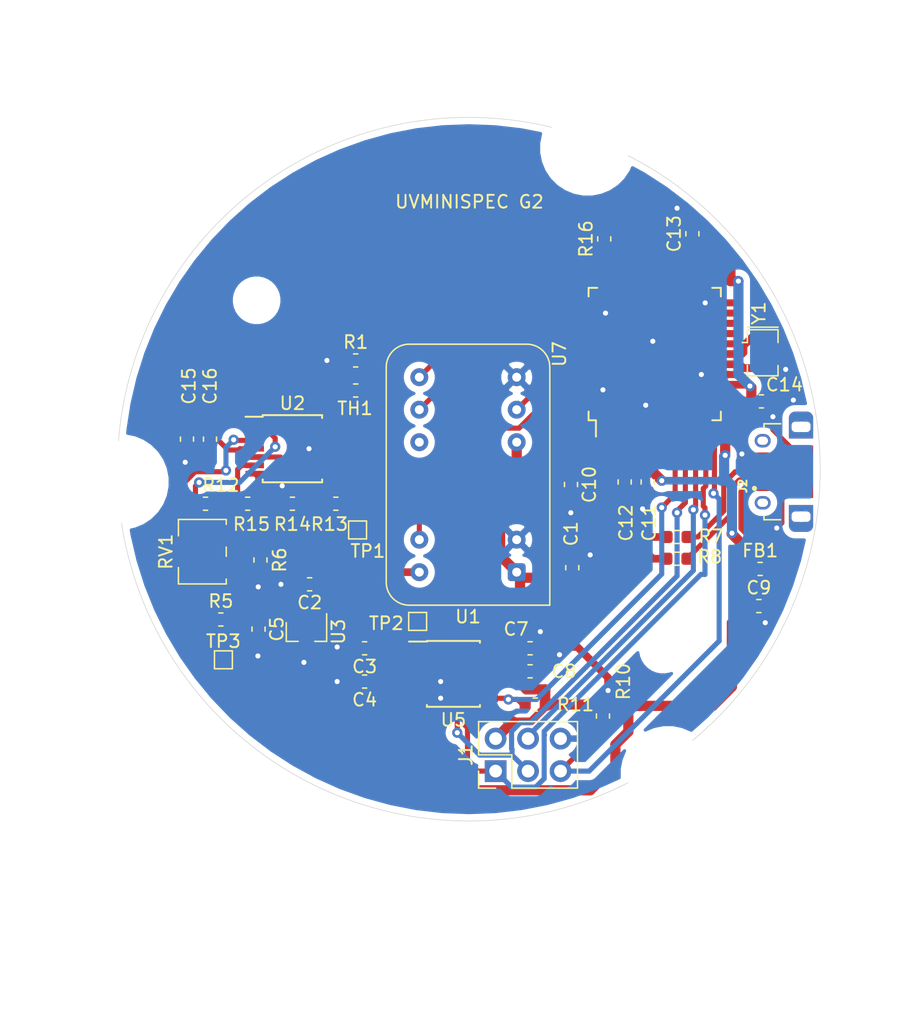
<source format=kicad_pcb>
(kicad_pcb (version 20171130) (host pcbnew "(5.1.9)-1")
  (layers (0 F.Cu signal) (31 B.Cu signal) (34 B.Paste user) (35 F.Paste user) (36 B.SilkS user) (37 F.SilkS user) (38 B.Mask user) (39 F.Mask user) (44 Edge.Cuts user))
  (net 0 "")
  (net 1 +5V)
  (net 2 GND)
  (net 3 Vref)
  (net 4 "Net-(C10-Pad1)")
  (net 5 "Net-(C12-Pad1)")
  (net 6 "Net-(FB1-Pad2)")
  (net 7 MISO)
  (net 8 SCK)
  (net 9 MOSI)
  (net 10 RESET)
  (net 11 "Net-(J2-Pad4)")
  (net 12 "Net-(J2-Pad3)")
  (net 13 "Net-(J2-Pad2)")
  (net 14 "Net-(R5-Pad1)")
  (net 15 "Net-(R6-Pad2)")
  (net 16 "Net-(R7-Pad2)")
  (net 17 "Net-(R8-Pad2)")
  (net 18 SS1)
  (net 19 "Net-(R12-Pad2)")
  (net 20 "Net-(R12-Pad1)")
  (net 21 "Net-(R13-Pad1)")
  (net 22 "Net-(R13-Pad2)")
  (net 23 VIDEO)
  (net 24 "Net-(R16-Pad1)")
  (net 25 "Net-(RV1-Pad2)")
  (net 26 "Net-(TP1-Pad1)")
  (net 27 EOS)
  (net 28 "Net-(U1-Pad8)")
  (net 29 TRG)
  (net 30 ST)
  (net 31 CLK)
  (net 32 "Net-(U7-Pad1)")
  (net 33 "Net-(U7-Pad16)")
  (net 34 "Net-(U7-Pad17)")
  (net 35 "Net-(U7-Pad22)")
  (net 36 "Net-(U7-Pad25)")
  (net 37 "Net-(U7-Pad26)")
  (net 38 "Net-(U7-Pad27)")
  (net 39 "Net-(U7-Pad32)")
  (net 40 "Net-(U7-Pad37)")
  (net 41 TEMP)
  (net 42 "Net-(U7-Pad21)")
  (net 43 "Net-(U7-Pad20)")
  (net 44 "Net-(U7-Pad19)")
  (net 45 "Net-(U7-Pad18)")
  (net 46 "Net-(R1-Pad2)")
  (net 47 "Net-(U7-Pad12)")
  (net 48 "Net-(U7-Pad31)")
  (net 49 "Net-(U7-Pad30)")
  (net 50 "Net-(U7-Pad29)")
  (net 51 "Net-(U7-Pad28)")
  (module TestPoint:TestPoint_Pad_1.0x1.0mm (layer F.Cu) (at 154.2 92.35)
    (fp_text reference TP3 (at 0 -1.448) (layer F.SilkS))
    (fp_text value TestPoint)
    (pad 1 smd rect (at 0 0) (size 1 1) (layers F.Cu F.Mask) (net 2 GND))
  )
  (module minispectrometer:HIROSE_ZX62D-B-5PA8 (layer F.Cu) (at 199.4 77.65 90)
    (fp_text reference J2 (at -1.118365 -4.557893 90) (layer F.SilkS) (effects (font (size 0.640209 0.640209))))
    (fp_text value USB_B_Micro)
    (fp_line (start 3.1 0.45) (end 3.1 -0.45) (layer Edge.Cuts) (width 0.001))
    (fp_line (start 3.625 0.75) (end 3.4 0.75) (layer Edge.Cuts) (width 0.001))
    (fp_line (start 3.925 -0.45) (end 3.925 0.45) (layer Edge.Cuts) (width 0.001))
    (fp_line (start 3.4 -0.75) (end 3.625 -0.75) (layer Edge.Cuts) (width 0.001))
    (fp_poly (pts (xy 3.925 0) (xy 3.925 0.45) (xy 3.925 0.466) (xy 3.923 0.481) (xy 3.921 0.497) (xy 3.918 0.512) (xy 3.915 0.528) (xy 3.91 0.543) (xy 3.905 0.558) (xy 3.899 0.572) (xy 3.892 0.586) (xy 3.885 0.6) (xy 3.877 0.613) (xy 3.868 0.626) (xy 3.858 0.639) (xy 3.848 0.651) (xy 3.837 0.662) (xy 3.826 0.673) (xy 3.814 0.683) (xy 3.801 0.693) (xy 3.788 0.702) (xy 3.775 0.71) (xy 3.761 0.717) (xy 3.747 0.724) (xy 3.733 0.73) (xy 3.718 0.735) (xy 3.703 0.74) (xy 3.687 0.743) (xy 3.672 0.746) (xy 3.656 0.748) (xy 3.641 0.75) (xy 3.625 0.75) (xy 3.4 0.75) (xy 3.384 0.75) (xy 3.369 0.748) (xy 3.353 0.746) (xy 3.338 0.743) (xy 3.322 0.74) (xy 3.307 0.735) (xy 3.292 0.73) (xy 3.278 0.724) (xy 3.264 0.717) (xy 3.25 0.71) (xy 3.237 0.702) (xy 3.224 0.693) (xy 3.211 0.683) (xy 3.199 0.673) (xy 3.188 0.662) (xy 3.177 0.651) (xy 3.167 0.639) (xy 3.157 0.626) (xy 3.148 0.613) (xy 3.14 0.6) (xy 3.133 0.586) (xy 3.126 0.572) (xy 3.12 0.558) (xy 3.115 0.543) (xy 3.11 0.528) (xy 3.107 0.512) (xy 3.104 0.497) (xy 3.102 0.481) (xy 3.1 0.466) (xy 3.1 0.45) (xy 3.1 0) (xy 2.6 0) (xy 2.6 0.95) (xy 4.2 0.95) (xy 4.226 0.949) (xy 4.252 0.947) (xy 4.278 0.944) (xy 4.304 0.939) (xy 4.329 0.933) (xy 4.355 0.926) (xy 4.379 0.917) (xy 4.403 0.907) (xy 4.427 0.896) (xy 4.45 0.883) (xy 4.472 0.869) (xy 4.494 0.855) (xy 4.515 0.839) (xy 4.535 0.822) (xy 4.554 0.804) (xy 4.572 0.785) (xy 4.589 0.765) (xy 4.605 0.744) (xy 4.619 0.722) (xy 4.633 0.7) (xy 4.646 0.677) (xy 4.657 0.653) (xy 4.667 0.629) (xy 4.676 0.605) (xy 4.683 0.579) (xy 4.689 0.554) (xy 4.694 0.528) (xy 4.697 0.502) (xy 4.699 0.476) (xy 4.7 0.45) (xy 4.7 0) (xy 3.925 0)) (layer F.Cu) (width 0.001))
    (fp_poly (pts (xy 3.925 0) (xy 3.925 0.45) (xy 3.925 0.466) (xy 3.923 0.481) (xy 3.921 0.497) (xy 3.918 0.512) (xy 3.915 0.528) (xy 3.91 0.543) (xy 3.905 0.558) (xy 3.899 0.572) (xy 3.892 0.586) (xy 3.885 0.6) (xy 3.877 0.613) (xy 3.868 0.626) (xy 3.858 0.639) (xy 3.848 0.651) (xy 3.837 0.662) (xy 3.826 0.673) (xy 3.814 0.683) (xy 3.801 0.693) (xy 3.788 0.702) (xy 3.775 0.71) (xy 3.761 0.717) (xy 3.747 0.724) (xy 3.733 0.73) (xy 3.718 0.735) (xy 3.703 0.74) (xy 3.687 0.743) (xy 3.672 0.746) (xy 3.656 0.748) (xy 3.641 0.75) (xy 3.625 0.75) (xy 3.4 0.75) (xy 3.384 0.75) (xy 3.369 0.748) (xy 3.353 0.746) (xy 3.338 0.743) (xy 3.322 0.74) (xy 3.307 0.735) (xy 3.292 0.73) (xy 3.278 0.724) (xy 3.264 0.717) (xy 3.25 0.71) (xy 3.237 0.702) (xy 3.224 0.693) (xy 3.211 0.683) (xy 3.199 0.673) (xy 3.188 0.662) (xy 3.177 0.651) (xy 3.167 0.639) (xy 3.157 0.626) (xy 3.148 0.613) (xy 3.14 0.6) (xy 3.133 0.586) (xy 3.126 0.572) (xy 3.12 0.558) (xy 3.115 0.543) (xy 3.11 0.528) (xy 3.107 0.512) (xy 3.104 0.497) (xy 3.102 0.481) (xy 3.1 0.466) (xy 3.1 0.45) (xy 3.1 0) (xy 2.6 0) (xy 2.6 0.95) (xy 4.2 0.95) (xy 4.226 0.949) (xy 4.252 0.947) (xy 4.278 0.944) (xy 4.304 0.939) (xy 4.329 0.933) (xy 4.355 0.926) (xy 4.379 0.917) (xy 4.403 0.907) (xy 4.427 0.896) (xy 4.45 0.883) (xy 4.472 0.869) (xy 4.494 0.855) (xy 4.515 0.839) (xy 4.535 0.822) (xy 4.554 0.804) (xy 4.572 0.785) (xy 4.589 0.765) (xy 4.605 0.744) (xy 4.619 0.722) (xy 4.633 0.7) (xy 4.646 0.677) (xy 4.657 0.653) (xy 4.667 0.629) (xy 4.676 0.605) (xy 4.683 0.579) (xy 4.689 0.554) (xy 4.694 0.528) (xy 4.697 0.502) (xy 4.699 0.476) (xy 4.7 0.45) (xy 4.7 0) (xy 3.925 0)) (layer B.Cu) (width 0.001))
    (fp_poly (pts (xy 3.925 0) (xy 3.925 -0.45) (xy 3.925 -0.466) (xy 3.923 -0.481) (xy 3.921 -0.497) (xy 3.918 -0.512) (xy 3.915 -0.528) (xy 3.91 -0.543) (xy 3.905 -0.558) (xy 3.899 -0.572) (xy 3.892 -0.586) (xy 3.885 -0.6) (xy 3.877 -0.613) (xy 3.868 -0.626) (xy 3.858 -0.639) (xy 3.848 -0.651) (xy 3.837 -0.662) (xy 3.826 -0.673) (xy 3.814 -0.683) (xy 3.801 -0.693) (xy 3.788 -0.702) (xy 3.775 -0.71) (xy 3.761 -0.717) (xy 3.747 -0.724) (xy 3.733 -0.73) (xy 3.718 -0.735) (xy 3.703 -0.74) (xy 3.687 -0.743) (xy 3.672 -0.746) (xy 3.656 -0.748) (xy 3.641 -0.75) (xy 3.625 -0.75) (xy 3.4 -0.75) (xy 3.384 -0.75) (xy 3.369 -0.748) (xy 3.353 -0.746) (xy 3.338 -0.743) (xy 3.322 -0.74) (xy 3.307 -0.735) (xy 3.292 -0.73) (xy 3.278 -0.724) (xy 3.264 -0.717) (xy 3.25 -0.71) (xy 3.237 -0.702) (xy 3.224 -0.693) (xy 3.211 -0.683) (xy 3.199 -0.673) (xy 3.188 -0.662) (xy 3.177 -0.651) (xy 3.167 -0.639) (xy 3.157 -0.626) (xy 3.148 -0.613) (xy 3.14 -0.6) (xy 3.133 -0.586) (xy 3.126 -0.572) (xy 3.12 -0.558) (xy 3.115 -0.543) (xy 3.11 -0.528) (xy 3.107 -0.512) (xy 3.104 -0.497) (xy 3.102 -0.481) (xy 3.1 -0.466) (xy 3.1 -0.45) (xy 3.1 0) (xy 2.6 0) (xy 2.6 -0.95) (xy 4.2 -0.95) (xy 4.226 -0.949) (xy 4.252 -0.947) (xy 4.278 -0.944) (xy 4.304 -0.939) (xy 4.329 -0.933) (xy 4.355 -0.926) (xy 4.379 -0.917) (xy 4.403 -0.907) (xy 4.427 -0.896) (xy 4.45 -0.883) (xy 4.472 -0.869) (xy 4.494 -0.855) (xy 4.515 -0.839) (xy 4.535 -0.822) (xy 4.554 -0.804) (xy 4.572 -0.785) (xy 4.589 -0.765) (xy 4.605 -0.744) (xy 4.619 -0.722) (xy 4.633 -0.7) (xy 4.646 -0.677) (xy 4.657 -0.653) (xy 4.667 -0.629) (xy 4.676 -0.605) (xy 4.683 -0.579) (xy 4.689 -0.554) (xy 4.694 -0.528) (xy 4.697 -0.502) (xy 4.699 -0.476) (xy 4.7 -0.45) (xy 4.7 0) (xy 3.925 0)) (layer B.Cu) (width 0.001))
    (fp_poly (pts (xy -3.925 0) (xy -3.925 0.45) (xy -3.925 0.466) (xy -3.923 0.481) (xy -3.921 0.497) (xy -3.918 0.512) (xy -3.915 0.528) (xy -3.91 0.543) (xy -3.905 0.558) (xy -3.899 0.572) (xy -3.892 0.586) (xy -3.885 0.6) (xy -3.877 0.613) (xy -3.868 0.626) (xy -3.858 0.639) (xy -3.848 0.651) (xy -3.837 0.662) (xy -3.826 0.673) (xy -3.814 0.683) (xy -3.801 0.693) (xy -3.788 0.702) (xy -3.775 0.71) (xy -3.761 0.717) (xy -3.747 0.724) (xy -3.733 0.73) (xy -3.718 0.735) (xy -3.703 0.74) (xy -3.687 0.743) (xy -3.672 0.746) (xy -3.656 0.748) (xy -3.641 0.75) (xy -3.625 0.75) (xy -3.4 0.75) (xy -3.384 0.75) (xy -3.369 0.748) (xy -3.353 0.746) (xy -3.338 0.743) (xy -3.322 0.74) (xy -3.307 0.735) (xy -3.292 0.73) (xy -3.278 0.724) (xy -3.264 0.717) (xy -3.25 0.71) (xy -3.237 0.702) (xy -3.224 0.693) (xy -3.211 0.683) (xy -3.199 0.673) (xy -3.188 0.662) (xy -3.177 0.651) (xy -3.167 0.639) (xy -3.157 0.626) (xy -3.148 0.613) (xy -3.14 0.6) (xy -3.133 0.586) (xy -3.126 0.572) (xy -3.12 0.558) (xy -3.115 0.543) (xy -3.11 0.528) (xy -3.107 0.512) (xy -3.104 0.497) (xy -3.102 0.481) (xy -3.1 0.466) (xy -3.1 0.45) (xy -3.1 0) (xy -2.6 0) (xy -2.6 0.95) (xy -4.2 0.95) (xy -4.226 0.949) (xy -4.252 0.947) (xy -4.278 0.944) (xy -4.304 0.939) (xy -4.329 0.933) (xy -4.355 0.926) (xy -4.379 0.917) (xy -4.403 0.907) (xy -4.427 0.896) (xy -4.45 0.883) (xy -4.472 0.869) (xy -4.494 0.855) (xy -4.515 0.839) (xy -4.535 0.822) (xy -4.554 0.804) (xy -4.572 0.785) (xy -4.589 0.765) (xy -4.605 0.744) (xy -4.619 0.722) (xy -4.633 0.7) (xy -4.646 0.677) (xy -4.657 0.653) (xy -4.667 0.629) (xy -4.676 0.605) (xy -4.683 0.579) (xy -4.689 0.554) (xy -4.694 0.528) (xy -4.697 0.502) (xy -4.699 0.476) (xy -4.7 0.45) (xy -4.7 0) (xy -3.925 0)) (layer B.Cu) (width 0.001))
    (fp_poly (pts (xy -3.925 0) (xy -3.925 -0.45) (xy -3.925 -0.466) (xy -3.923 -0.481) (xy -3.921 -0.497) (xy -3.918 -0.512) (xy -3.915 -0.528) (xy -3.91 -0.543) (xy -3.905 -0.558) (xy -3.899 -0.572) (xy -3.892 -0.586) (xy -3.885 -0.6) (xy -3.877 -0.613) (xy -3.868 -0.626) (xy -3.858 -0.639) (xy -3.848 -0.651) (xy -3.837 -0.662) (xy -3.826 -0.673) (xy -3.814 -0.683) (xy -3.801 -0.693) (xy -3.788 -0.702) (xy -3.775 -0.71) (xy -3.761 -0.717) (xy -3.747 -0.724) (xy -3.733 -0.73) (xy -3.718 -0.735) (xy -3.703 -0.74) (xy -3.687 -0.743) (xy -3.672 -0.746) (xy -3.656 -0.748) (xy -3.641 -0.75) (xy -3.625 -0.75) (xy -3.4 -0.75) (xy -3.384 -0.75) (xy -3.369 -0.748) (xy -3.353 -0.746) (xy -3.338 -0.743) (xy -3.322 -0.74) (xy -3.307 -0.735) (xy -3.292 -0.73) (xy -3.278 -0.724) (xy -3.264 -0.717) (xy -3.25 -0.71) (xy -3.237 -0.702) (xy -3.224 -0.693) (xy -3.211 -0.683) (xy -3.199 -0.673) (xy -3.188 -0.662) (xy -3.177 -0.651) (xy -3.167 -0.639) (xy -3.157 -0.626) (xy -3.148 -0.613) (xy -3.14 -0.6) (xy -3.133 -0.586) (xy -3.126 -0.572) (xy -3.12 -0.558) (xy -3.115 -0.543) (xy -3.11 -0.528) (xy -3.107 -0.512) (xy -3.104 -0.497) (xy -3.102 -0.481) (xy -3.1 -0.466) (xy -3.1 -0.45) (xy -3.1 0) (xy -2.6 0) (xy -2.6 -0.95) (xy -4.2 -0.95) (xy -4.226 -0.949) (xy -4.252 -0.947) (xy -4.278 -0.944) (xy -4.304 -0.939) (xy -4.329 -0.933) (xy -4.355 -0.926) (xy -4.379 -0.917) (xy -4.403 -0.907) (xy -4.427 -0.896) (xy -4.45 -0.883) (xy -4.472 -0.869) (xy -4.494 -0.855) (xy -4.515 -0.839) (xy -4.535 -0.822) (xy -4.554 -0.804) (xy -4.572 -0.785) (xy -4.589 -0.765) (xy -4.605 -0.744) (xy -4.619 -0.722) (xy -4.633 -0.7) (xy -4.646 -0.677) (xy -4.657 -0.653) (xy -4.667 -0.629) (xy -4.676 -0.605) (xy -4.683 -0.579) (xy -4.689 -0.554) (xy -4.694 -0.528) (xy -4.697 -0.502) (xy -4.699 -0.476) (xy -4.7 -0.45) (xy -4.7 0) (xy -3.925 0)) (layer B.Cu) (width 0.001))
    (fp_poly (pts (xy -3.925 0) (xy -3.925 0.45) (xy -3.925 0.466) (xy -3.923 0.481) (xy -3.921 0.497) (xy -3.918 0.512) (xy -3.915 0.528) (xy -3.91 0.543) (xy -3.905 0.558) (xy -3.899 0.572) (xy -3.892 0.586) (xy -3.885 0.6) (xy -3.877 0.613) (xy -3.868 0.626) (xy -3.858 0.639) (xy -3.848 0.651) (xy -3.837 0.662) (xy -3.826 0.673) (xy -3.814 0.683) (xy -3.801 0.693) (xy -3.788 0.702) (xy -3.775 0.71) (xy -3.761 0.717) (xy -3.747 0.724) (xy -3.733 0.73) (xy -3.718 0.735) (xy -3.703 0.74) (xy -3.687 0.743) (xy -3.672 0.746) (xy -3.656 0.748) (xy -3.641 0.75) (xy -3.625 0.75) (xy -3.4 0.75) (xy -3.384 0.75) (xy -3.369 0.748) (xy -3.353 0.746) (xy -3.338 0.743) (xy -3.322 0.74) (xy -3.307 0.735) (xy -3.292 0.73) (xy -3.278 0.724) (xy -3.264 0.717) (xy -3.25 0.71) (xy -3.237 0.702) (xy -3.224 0.693) (xy -3.211 0.683) (xy -3.199 0.673) (xy -3.188 0.662) (xy -3.177 0.651) (xy -3.167 0.639) (xy -3.157 0.626) (xy -3.148 0.613) (xy -3.14 0.6) (xy -3.133 0.586) (xy -3.126 0.572) (xy -3.12 0.558) (xy -3.115 0.543) (xy -3.11 0.528) (xy -3.107 0.512) (xy -3.104 0.497) (xy -3.102 0.481) (xy -3.1 0.466) (xy -3.1 0.45) (xy -3.1 0) (xy -2.6 0) (xy -2.6 0.95) (xy -4.2 0.95) (xy -4.226 0.949) (xy -4.252 0.947) (xy -4.278 0.944) (xy -4.304 0.939) (xy -4.329 0.933) (xy -4.355 0.926) (xy -4.379 0.917) (xy -4.403 0.907) (xy -4.427 0.896) (xy -4.45 0.883) (xy -4.472 0.869) (xy -4.494 0.855) (xy -4.515 0.839) (xy -4.535 0.822) (xy -4.554 0.804) (xy -4.572 0.785) (xy -4.589 0.765) (xy -4.605 0.744) (xy -4.619 0.722) (xy -4.633 0.7) (xy -4.646 0.677) (xy -4.657 0.653) (xy -4.667 0.629) (xy -4.676 0.605) (xy -4.683 0.579) (xy -4.689 0.554) (xy -4.694 0.528) (xy -4.697 0.502) (xy -4.699 0.476) (xy -4.7 0.45) (xy -4.7 0) (xy -3.925 0)) (layer F.Cu) (width 0.001))
    (fp_line (start -3.1 -0.45) (end -3.1 0.45) (layer Edge.Cuts) (width 0.001))
    (fp_line (start -3.625 -0.75) (end -3.4 -0.75) (layer Edge.Cuts) (width 0.001))
    (fp_line (start -3.925 0.45) (end -3.925 -0.45) (layer Edge.Cuts) (width 0.001))
    (fp_line (start -3.4 0.75) (end -3.625 0.75) (layer Edge.Cuts) (width 0.001))
    (fp_poly (pts (xy 2.75 -3) (xy 2.75 -2.9) (xy 2.75 -2.883) (xy 2.748 -2.866) (xy 2.746 -2.849) (xy 2.743 -2.832) (xy 2.739 -2.816) (xy 2.734 -2.8) (xy 2.728 -2.784) (xy 2.722 -2.768) (xy 2.715 -2.752) (xy 2.706 -2.737) (xy 2.698 -2.723) (xy 2.688 -2.709) (xy 2.678 -2.695) (xy 2.667 -2.683) (xy 2.655 -2.67) (xy 2.642 -2.658) (xy 2.63 -2.647) (xy 2.616 -2.637) (xy 2.602 -2.627) (xy 2.587 -2.619) (xy 2.573 -2.61) (xy 2.557 -2.603) (xy 2.541 -2.597) (xy 2.525 -2.591) (xy 2.509 -2.586) (xy 2.493 -2.582) (xy 2.476 -2.579) (xy 2.459 -2.577) (xy 2.442 -2.575) (xy 2.425 -2.575) (xy 2.408 -2.575) (xy 2.391 -2.577) (xy 2.374 -2.579) (xy 2.357 -2.582) (xy 2.341 -2.586) (xy 2.325 -2.591) (xy 2.309 -2.597) (xy 2.293 -2.603) (xy 2.277 -2.61) (xy 2.263 -2.619) (xy 2.248 -2.627) (xy 2.234 -2.637) (xy 2.22 -2.647) (xy 2.208 -2.658) (xy 2.195 -2.67) (xy 2.183 -2.683) (xy 2.172 -2.695) (xy 2.162 -2.709) (xy 2.152 -2.723) (xy 2.144 -2.737) (xy 2.135 -2.752) (xy 2.128 -2.768) (xy 2.122 -2.784) (xy 2.116 -2.8) (xy 2.111 -2.816) (xy 2.107 -2.832) (xy 2.104 -2.849) (xy 2.102 -2.866) (xy 2.1 -2.883) (xy 2.1 -2.9) (xy 2.1 -3) (xy 1.9 -3) (xy 1.9 -2.9) (xy 1.901 -2.873) (xy 1.903 -2.845) (xy 1.906 -2.818) (xy 1.911 -2.791) (xy 1.918 -2.764) (xy 1.926 -2.738) (xy 1.935 -2.712) (xy 1.945 -2.686) (xy 1.957 -2.662) (xy 1.97 -2.638) (xy 1.985 -2.614) (xy 2 -2.591) (xy 2.017 -2.57) (xy 2.035 -2.549) (xy 2.054 -2.529) (xy 2.074 -2.51) (xy 2.095 -2.492) (xy 2.116 -2.475) (xy 2.139 -2.46) (xy 2.163 -2.445) (xy 2.187 -2.432) (xy 2.211 -2.42) (xy 2.237 -2.41) (xy 2.263 -2.401) (xy 2.289 -2.393) (xy 2.316 -2.386) (xy 2.343 -2.381) (xy 2.37 -2.378) (xy 2.398 -2.376) (xy 2.425 -2.375) (xy 2.452 -2.376) (xy 2.48 -2.378) (xy 2.507 -2.381) (xy 2.534 -2.386) (xy 2.561 -2.393) (xy 2.587 -2.401) (xy 2.613 -2.41) (xy 2.639 -2.42) (xy 2.663 -2.432) (xy 2.688 -2.445) (xy 2.711 -2.46) (xy 2.734 -2.475) (xy 2.755 -2.492) (xy 2.776 -2.51) (xy 2.796 -2.529) (xy 2.815 -2.549) (xy 2.833 -2.57) (xy 2.85 -2.591) (xy 2.865 -2.614) (xy 2.88 -2.638) (xy 2.893 -2.662) (xy 2.905 -2.686) (xy 2.915 -2.712) (xy 2.924 -2.738) (xy 2.932 -2.764) (xy 2.939 -2.791) (xy 2.944 -2.818) (xy 2.947 -2.845) (xy 2.949 -2.873) (xy 2.95 -2.9) (xy 2.95 -3) (xy 2.75 -3)) (layer B.Cu) (width 0.001))
    (fp_poly (pts (xy 2.1 -3) (xy 2.1 -3.1) (xy 2.1 -3.117) (xy 2.102 -3.134) (xy 2.104 -3.151) (xy 2.107 -3.168) (xy 2.111 -3.184) (xy 2.116 -3.2) (xy 2.122 -3.216) (xy 2.128 -3.232) (xy 2.135 -3.248) (xy 2.144 -3.263) (xy 2.152 -3.277) (xy 2.162 -3.291) (xy 2.172 -3.305) (xy 2.183 -3.317) (xy 2.195 -3.33) (xy 2.208 -3.342) (xy 2.22 -3.353) (xy 2.234 -3.363) (xy 2.248 -3.373) (xy 2.263 -3.381) (xy 2.277 -3.39) (xy 2.293 -3.397) (xy 2.309 -3.403) (xy 2.325 -3.409) (xy 2.341 -3.414) (xy 2.357 -3.418) (xy 2.374 -3.421) (xy 2.391 -3.423) (xy 2.408 -3.425) (xy 2.425 -3.425) (xy 2.442 -3.425) (xy 2.459 -3.423) (xy 2.476 -3.421) (xy 2.493 -3.418) (xy 2.509 -3.414) (xy 2.525 -3.409) (xy 2.541 -3.403) (xy 2.557 -3.397) (xy 2.573 -3.39) (xy 2.587 -3.381) (xy 2.602 -3.373) (xy 2.616 -3.363) (xy 2.63 -3.353) (xy 2.642 -3.342) (xy 2.655 -3.33) (xy 2.667 -3.317) (xy 2.678 -3.305) (xy 2.688 -3.291) (xy 2.698 -3.277) (xy 2.706 -3.263) (xy 2.715 -3.248) (xy 2.722 -3.232) (xy 2.728 -3.216) (xy 2.734 -3.2) (xy 2.739 -3.184) (xy 2.743 -3.168) (xy 2.746 -3.151) (xy 2.748 -3.134) (xy 2.75 -3.117) (xy 2.75 -3.1) (xy 2.75 -3) (xy 2.95 -3) (xy 2.95 -3.1) (xy 2.949 -3.127) (xy 2.947 -3.155) (xy 2.944 -3.182) (xy 2.939 -3.209) (xy 2.932 -3.236) (xy 2.924 -3.262) (xy 2.915 -3.288) (xy 2.905 -3.314) (xy 2.893 -3.338) (xy 2.88 -3.362) (xy 2.865 -3.386) (xy 2.85 -3.409) (xy 2.833 -3.43) (xy 2.815 -3.451) (xy 2.796 -3.471) (xy 2.776 -3.49) (xy 2.755 -3.508) (xy 2.734 -3.525) (xy 2.711 -3.54) (xy 2.688 -3.555) (xy 2.663 -3.568) (xy 2.639 -3.58) (xy 2.613 -3.59) (xy 2.587 -3.599) (xy 2.561 -3.607) (xy 2.534 -3.614) (xy 2.507 -3.619) (xy 2.48 -3.622) (xy 2.452 -3.624) (xy 2.425 -3.625) (xy 2.398 -3.624) (xy 2.37 -3.622) (xy 2.343 -3.619) (xy 2.316 -3.614) (xy 2.289 -3.607) (xy 2.263 -3.599) (xy 2.237 -3.59) (xy 2.211 -3.58) (xy 2.187 -3.568) (xy 2.163 -3.555) (xy 2.139 -3.54) (xy 2.116 -3.525) (xy 2.095 -3.508) (xy 2.074 -3.49) (xy 2.054 -3.471) (xy 2.035 -3.451) (xy 2.017 -3.43) (xy 2 -3.409) (xy 1.985 -3.386) (xy 1.97 -3.362) (xy 1.957 -3.338) (xy 1.945 -3.314) (xy 1.935 -3.288) (xy 1.926 -3.262) (xy 1.918 -3.236) (xy 1.911 -3.209) (xy 1.906 -3.182) (xy 1.903 -3.155) (xy 1.901 -3.127) (xy 1.9 -3.1) (xy 1.9 -3) (xy 2.1 -3)) (layer B.Cu) (width 0.001))
    (fp_poly (pts (xy 2.75 -3) (xy 2.75 -2.9) (xy 2.75 -2.883) (xy 2.748 -2.866) (xy 2.746 -2.849) (xy 2.743 -2.832) (xy 2.739 -2.816) (xy 2.734 -2.8) (xy 2.728 -2.784) (xy 2.722 -2.768) (xy 2.715 -2.752) (xy 2.706 -2.737) (xy 2.698 -2.723) (xy 2.688 -2.709) (xy 2.678 -2.695) (xy 2.667 -2.683) (xy 2.655 -2.67) (xy 2.642 -2.658) (xy 2.63 -2.647) (xy 2.616 -2.637) (xy 2.602 -2.627) (xy 2.587 -2.619) (xy 2.573 -2.61) (xy 2.557 -2.603) (xy 2.541 -2.597) (xy 2.525 -2.591) (xy 2.509 -2.586) (xy 2.493 -2.582) (xy 2.476 -2.579) (xy 2.459 -2.577) (xy 2.442 -2.575) (xy 2.425 -2.575) (xy 2.408 -2.575) (xy 2.391 -2.577) (xy 2.374 -2.579) (xy 2.357 -2.582) (xy 2.341 -2.586) (xy 2.325 -2.591) (xy 2.309 -2.597) (xy 2.293 -2.603) (xy 2.277 -2.61) (xy 2.263 -2.619) (xy 2.248 -2.627) (xy 2.234 -2.637) (xy 2.22 -2.647) (xy 2.208 -2.658) (xy 2.195 -2.67) (xy 2.183 -2.683) (xy 2.172 -2.695) (xy 2.162 -2.709) (xy 2.152 -2.723) (xy 2.144 -2.737) (xy 2.135 -2.752) (xy 2.128 -2.768) (xy 2.122 -2.784) (xy 2.116 -2.8) (xy 2.111 -2.816) (xy 2.107 -2.832) (xy 2.104 -2.849) (xy 2.102 -2.866) (xy 2.1 -2.883) (xy 2.1 -2.9) (xy 2.1 -3) (xy 1.9 -3) (xy 1.9 -2.9) (xy 1.901 -2.873) (xy 1.903 -2.845) (xy 1.906 -2.818) (xy 1.911 -2.791) (xy 1.918 -2.764) (xy 1.926 -2.738) (xy 1.935 -2.712) (xy 1.945 -2.686) (xy 1.957 -2.662) (xy 1.97 -2.638) (xy 1.985 -2.614) (xy 2 -2.591) (xy 2.017 -2.57) (xy 2.035 -2.549) (xy 2.054 -2.529) (xy 2.074 -2.51) (xy 2.095 -2.492) (xy 2.116 -2.475) (xy 2.139 -2.46) (xy 2.163 -2.445) (xy 2.187 -2.432) (xy 2.211 -2.42) (xy 2.237 -2.41) (xy 2.263 -2.401) (xy 2.289 -2.393) (xy 2.316 -2.386) (xy 2.343 -2.381) (xy 2.37 -2.378) (xy 2.398 -2.376) (xy 2.425 -2.375) (xy 2.452 -2.376) (xy 2.48 -2.378) (xy 2.507 -2.381) (xy 2.534 -2.386) (xy 2.561 -2.393) (xy 2.587 -2.401) (xy 2.613 -2.41) (xy 2.639 -2.42) (xy 2.663 -2.432) (xy 2.688 -2.445) (xy 2.711 -2.46) (xy 2.734 -2.475) (xy 2.755 -2.492) (xy 2.776 -2.51) (xy 2.796 -2.529) (xy 2.815 -2.549) (xy 2.833 -2.57) (xy 2.85 -2.591) (xy 2.865 -2.614) (xy 2.88 -2.638) (xy 2.893 -2.662) (xy 2.905 -2.686) (xy 2.915 -2.712) (xy 2.924 -2.738) (xy 2.932 -2.764) (xy 2.939 -2.791) (xy 2.944 -2.818) (xy 2.947 -2.845) (xy 2.949 -2.873) (xy 2.95 -2.9) (xy 2.95 -3) (xy 2.75 -3)) (layer F.Cu) (width 0.001))
    (fp_line (start 2.75 -3.1) (end 2.75 -2.9) (layer Edge.Cuts) (width 0.001))
    (fp_line (start 2.1 -2.9) (end 2.1 -3.1) (layer Edge.Cuts) (width 0.001))
    (fp_poly (pts (xy -2.1 -3) (xy -2.1 -2.9) (xy -2.1 -2.883) (xy -2.102 -2.866) (xy -2.104 -2.849) (xy -2.107 -2.832) (xy -2.111 -2.816) (xy -2.116 -2.8) (xy -2.122 -2.784) (xy -2.128 -2.768) (xy -2.135 -2.752) (xy -2.144 -2.737) (xy -2.152 -2.723) (xy -2.162 -2.709) (xy -2.172 -2.695) (xy -2.183 -2.683) (xy -2.195 -2.67) (xy -2.208 -2.658) (xy -2.22 -2.647) (xy -2.234 -2.637) (xy -2.248 -2.627) (xy -2.263 -2.619) (xy -2.277 -2.61) (xy -2.293 -2.603) (xy -2.309 -2.597) (xy -2.325 -2.591) (xy -2.341 -2.586) (xy -2.357 -2.582) (xy -2.374 -2.579) (xy -2.391 -2.577) (xy -2.408 -2.575) (xy -2.425 -2.575) (xy -2.442 -2.575) (xy -2.459 -2.577) (xy -2.476 -2.579) (xy -2.493 -2.582) (xy -2.509 -2.586) (xy -2.525 -2.591) (xy -2.541 -2.597) (xy -2.557 -2.603) (xy -2.573 -2.61) (xy -2.587 -2.619) (xy -2.602 -2.627) (xy -2.616 -2.637) (xy -2.63 -2.647) (xy -2.642 -2.658) (xy -2.655 -2.67) (xy -2.667 -2.683) (xy -2.678 -2.695) (xy -2.688 -2.709) (xy -2.698 -2.723) (xy -2.706 -2.737) (xy -2.715 -2.752) (xy -2.722 -2.768) (xy -2.728 -2.784) (xy -2.734 -2.8) (xy -2.739 -2.816) (xy -2.743 -2.832) (xy -2.746 -2.849) (xy -2.748 -2.866) (xy -2.75 -2.883) (xy -2.75 -2.9) (xy -2.75 -3) (xy -2.95 -3) (xy -2.95 -2.9) (xy -2.949 -2.873) (xy -2.947 -2.845) (xy -2.944 -2.818) (xy -2.939 -2.791) (xy -2.932 -2.764) (xy -2.924 -2.738) (xy -2.915 -2.712) (xy -2.905 -2.686) (xy -2.893 -2.662) (xy -2.88 -2.638) (xy -2.865 -2.614) (xy -2.85 -2.591) (xy -2.833 -2.57) (xy -2.815 -2.549) (xy -2.796 -2.529) (xy -2.776 -2.51) (xy -2.755 -2.492) (xy -2.734 -2.475) (xy -2.711 -2.46) (xy -2.688 -2.445) (xy -2.663 -2.432) (xy -2.639 -2.42) (xy -2.613 -2.41) (xy -2.587 -2.401) (xy -2.561 -2.393) (xy -2.534 -2.386) (xy -2.507 -2.381) (xy -2.48 -2.378) (xy -2.452 -2.376) (xy -2.425 -2.375) (xy -2.398 -2.376) (xy -2.37 -2.378) (xy -2.343 -2.381) (xy -2.316 -2.386) (xy -2.289 -2.393) (xy -2.263 -2.401) (xy -2.237 -2.41) (xy -2.211 -2.42) (xy -2.187 -2.432) (xy -2.162 -2.445) (xy -2.139 -2.46) (xy -2.116 -2.475) (xy -2.095 -2.492) (xy -2.074 -2.51) (xy -2.054 -2.529) (xy -2.035 -2.549) (xy -2.017 -2.57) (xy -2 -2.591) (xy -1.985 -2.614) (xy -1.97 -2.638) (xy -1.957 -2.662) (xy -1.945 -2.686) (xy -1.935 -2.712) (xy -1.926 -2.738) (xy -1.918 -2.764) (xy -1.911 -2.791) (xy -1.906 -2.818) (xy -1.903 -2.845) (xy -1.901 -2.873) (xy -1.9 -2.9) (xy -1.9 -3) (xy -2.1 -3)) (layer B.Cu) (width 0.001))
    (fp_poly (pts (xy -2.75 -3) (xy -2.75 -3.1) (xy -2.75 -3.117) (xy -2.748 -3.134) (xy -2.746 -3.151) (xy -2.743 -3.168) (xy -2.739 -3.184) (xy -2.734 -3.2) (xy -2.728 -3.216) (xy -2.722 -3.232) (xy -2.715 -3.248) (xy -2.706 -3.263) (xy -2.698 -3.277) (xy -2.688 -3.291) (xy -2.678 -3.305) (xy -2.667 -3.317) (xy -2.655 -3.33) (xy -2.642 -3.342) (xy -2.63 -3.353) (xy -2.616 -3.363) (xy -2.602 -3.373) (xy -2.587 -3.381) (xy -2.573 -3.39) (xy -2.557 -3.397) (xy -2.541 -3.403) (xy -2.525 -3.409) (xy -2.509 -3.414) (xy -2.493 -3.418) (xy -2.476 -3.421) (xy -2.459 -3.423) (xy -2.442 -3.425) (xy -2.425 -3.425) (xy -2.408 -3.425) (xy -2.391 -3.423) (xy -2.374 -3.421) (xy -2.357 -3.418) (xy -2.341 -3.414) (xy -2.325 -3.409) (xy -2.309 -3.403) (xy -2.293 -3.397) (xy -2.277 -3.39) (xy -2.263 -3.381) (xy -2.248 -3.373) (xy -2.234 -3.363) (xy -2.22 -3.353) (xy -2.208 -3.342) (xy -2.195 -3.33) (xy -2.183 -3.317) (xy -2.172 -3.305) (xy -2.162 -3.291) (xy -2.152 -3.277) (xy -2.144 -3.263) (xy -2.135 -3.248) (xy -2.128 -3.232) (xy -2.122 -3.216) (xy -2.116 -3.2) (xy -2.111 -3.184) (xy -2.107 -3.168) (xy -2.104 -3.151) (xy -2.102 -3.134) (xy -2.1 -3.117) (xy -2.1 -3.1) (xy -2.1 -3) (xy -1.9 -3) (xy -1.9 -3.1) (xy -1.901 -3.127) (xy -1.903 -3.155) (xy -1.906 -3.182) (xy -1.911 -3.209) (xy -1.918 -3.236) (xy -1.926 -3.262) (xy -1.935 -3.288) (xy -1.945 -3.314) (xy -1.957 -3.338) (xy -1.97 -3.362) (xy -1.985 -3.386) (xy -2 -3.409) (xy -2.017 -3.43) (xy -2.035 -3.451) (xy -2.054 -3.471) (xy -2.074 -3.49) (xy -2.095 -3.508) (xy -2.116 -3.525) (xy -2.139 -3.54) (xy -2.162 -3.555) (xy -2.187 -3.568) (xy -2.211 -3.58) (xy -2.237 -3.59) (xy -2.263 -3.599) (xy -2.289 -3.607) (xy -2.316 -3.614) (xy -2.343 -3.619) (xy -2.37 -3.622) (xy -2.398 -3.624) (xy -2.425 -3.625) (xy -2.452 -3.624) (xy -2.48 -3.622) (xy -2.507 -3.619) (xy -2.534 -3.614) (xy -2.561 -3.607) (xy -2.587 -3.599) (xy -2.613 -3.59) (xy -2.639 -3.58) (xy -2.663 -3.568) (xy -2.688 -3.555) (xy -2.711 -3.54) (xy -2.734 -3.525) (xy -2.755 -3.508) (xy -2.776 -3.49) (xy -2.796 -3.471) (xy -2.815 -3.451) (xy -2.833 -3.43) (xy -2.85 -3.409) (xy -2.865 -3.386) (xy -2.88 -3.362) (xy -2.893 -3.338) (xy -2.905 -3.314) (xy -2.915 -3.288) (xy -2.924 -3.262) (xy -2.932 -3.236) (xy -2.939 -3.209) (xy -2.944 -3.182) (xy -2.947 -3.155) (xy -2.949 -3.127) (xy -2.95 -3.1) (xy -2.95 -3) (xy -2.75 -3)) (layer B.Cu) (width 0.001))
    (fp_poly (pts (xy -2.1 -3) (xy -2.1 -2.9) (xy -2.1 -2.883) (xy -2.102 -2.866) (xy -2.104 -2.849) (xy -2.107 -2.832) (xy -2.111 -2.816) (xy -2.116 -2.8) (xy -2.122 -2.784) (xy -2.128 -2.768) (xy -2.135 -2.752) (xy -2.144 -2.737) (xy -2.152 -2.723) (xy -2.162 -2.709) (xy -2.172 -2.695) (xy -2.183 -2.683) (xy -2.195 -2.67) (xy -2.208 -2.658) (xy -2.22 -2.647) (xy -2.234 -2.637) (xy -2.248 -2.627) (xy -2.263 -2.619) (xy -2.277 -2.61) (xy -2.293 -2.603) (xy -2.309 -2.597) (xy -2.325 -2.591) (xy -2.341 -2.586) (xy -2.357 -2.582) (xy -2.374 -2.579) (xy -2.391 -2.577) (xy -2.408 -2.575) (xy -2.425 -2.575) (xy -2.442 -2.575) (xy -2.459 -2.577) (xy -2.476 -2.579) (xy -2.493 -2.582) (xy -2.509 -2.586) (xy -2.525 -2.591) (xy -2.541 -2.597) (xy -2.557 -2.603) (xy -2.573 -2.61) (xy -2.587 -2.619) (xy -2.602 -2.627) (xy -2.616 -2.637) (xy -2.63 -2.647) (xy -2.642 -2.658) (xy -2.655 -2.67) (xy -2.667 -2.683) (xy -2.678 -2.695) (xy -2.688 -2.709) (xy -2.698 -2.723) (xy -2.706 -2.737) (xy -2.715 -2.752) (xy -2.722 -2.768) (xy -2.728 -2.784) (xy -2.734 -2.8) (xy -2.739 -2.816) (xy -2.743 -2.832) (xy -2.746 -2.849) (xy -2.748 -2.866) (xy -2.75 -2.883) (xy -2.75 -2.9) (xy -2.75 -3) (xy -2.95 -3) (xy -2.95 -2.9) (xy -2.949 -2.873) (xy -2.947 -2.845) (xy -2.944 -2.818) (xy -2.939 -2.791) (xy -2.932 -2.764) (xy -2.924 -2.738) (xy -2.915 -2.712) (xy -2.905 -2.686) (xy -2.893 -2.662) (xy -2.88 -2.638) (xy -2.865 -2.614) (xy -2.85 -2.591) (xy -2.833 -2.57) (xy -2.815 -2.549) (xy -2.796 -2.529) (xy -2.776 -2.51) (xy -2.755 -2.492) (xy -2.734 -2.475) (xy -2.711 -2.46) (xy -2.688 -2.445) (xy -2.663 -2.432) (xy -2.639 -2.42) (xy -2.613 -2.41) (xy -2.587 -2.401) (xy -2.561 -2.393) (xy -2.534 -2.386) (xy -2.507 -2.381) (xy -2.48 -2.378) (xy -2.452 -2.376) (xy -2.425 -2.375) (xy -2.398 -2.376) (xy -2.37 -2.378) (xy -2.343 -2.381) (xy -2.316 -2.386) (xy -2.289 -2.393) (xy -2.263 -2.401) (xy -2.237 -2.41) (xy -2.211 -2.42) (xy -2.187 -2.432) (xy -2.162 -2.445) (xy -2.139 -2.46) (xy -2.116 -2.475) (xy -2.095 -2.492) (xy -2.074 -2.51) (xy -2.054 -2.529) (xy -2.035 -2.549) (xy -2.017 -2.57) (xy -2 -2.591) (xy -1.985 -2.614) (xy -1.97 -2.638) (xy -1.957 -2.662) (xy -1.945 -2.686) (xy -1.935 -2.712) (xy -1.926 -2.738) (xy -1.918 -2.764) (xy -1.911 -2.791) (xy -1.906 -2.818) (xy -1.903 -2.845) (xy -1.901 -2.873) (xy -1.9 -2.9) (xy -1.9 -3) (xy -2.1 -3)) (layer F.Cu) (width 0.001))
    (fp_line (start -2.1 -3.1) (end -2.1 -2.9) (layer Edge.Cuts) (width 0.001))
    (fp_line (start -2.75 -2.9) (end -2.75 -3.1) (layer Edge.Cuts) (width 0.001))
    (fp_arc (start 3.4 -0.45) (end 3.4 -0.75) (angle -90) (layer Edge.Cuts) (width 0.001))
    (fp_arc (start 3.4 0.45) (end 3.1 0.45) (angle -90) (layer Edge.Cuts) (width 0.001))
    (fp_arc (start 3.625 0.45) (end 3.625 0.75) (angle -90) (layer Edge.Cuts) (width 0.001))
    (fp_arc (start 3.625 -0.45) (end 3.925 -0.45) (angle -90) (layer Edge.Cuts) (width 0.001))
    (fp_arc (start -3.4 0.45) (end -3.4 0.75) (angle -90) (layer Edge.Cuts) (width 0.001))
    (fp_arc (start -3.4 -0.45) (end -3.1 -0.45) (angle -90) (layer Edge.Cuts) (width 0.001))
    (fp_arc (start -3.625 -0.45) (end -3.625 -0.75) (angle -90) (layer Edge.Cuts) (width 0.001))
    (fp_arc (start -3.625 0.45) (end -3.925 0.45) (angle -90) (layer Edge.Cuts) (width 0.001))
    (fp_arc (start 2.425 -2.9) (end 2.1 -2.9) (angle -90) (layer Edge.Cuts) (width 0.001))
    (fp_arc (start 2.425 -2.9) (end 2.425 -2.575) (angle -90) (layer Edge.Cuts) (width 0.001))
    (fp_arc (start 2.425 -3.1) (end 2.75 -3.1) (angle -90) (layer Edge.Cuts) (width 0.001))
    (fp_arc (start 2.425 -3.1) (end 2.425 -3.425) (angle -90) (layer Edge.Cuts) (width 0.001))
    (fp_arc (start -2.425 -2.9) (end -2.75 -2.9) (angle -90) (layer Edge.Cuts) (width 0.001))
    (fp_arc (start -2.425 -2.9) (end -2.425 -2.575) (angle -90) (layer Edge.Cuts) (width 0.001))
    (fp_arc (start -2.425 -3.1) (end -2.1 -3.1) (angle -90) (layer Edge.Cuts) (width 0.001))
    (fp_arc (start -2.425 -3.1) (end -2.425 -3.425) (angle -90) (layer Edge.Cuts) (width 0.001))
    (pad 6 smd rect (at 1.15 0 90) (size 1.8 1.9) (layers F.Cu F.Paste F.Mask) (net 2 GND))
    (pad 6 smd rect (at -1.15 0 90) (size 1.8 1.9) (layers F.Cu F.Paste F.Mask) (net 2 GND))
    (pad None np_thru_hole circle (at 3.5125 0 90) (size 0.825 0.825) (drill 0.825) (layers *.Cu *.Mask))
    (pad S4 smd custom (at 3.538 -0.839 90) (size 0.1 0.1) (layers F.Cu) (options (clearance outline) (anchor rect)) (primitives (gr_poly (pts (xy 0.387 0.839) (xy 0.387 0.389) (xy 0.387 0.373) (xy 0.385 0.358) (xy 0.383 0.342) (xy 0.38 0.327) (xy 0.377 0.311) (xy 0.372 0.296) (xy 0.367 0.281) (xy 0.361 0.267) (xy 0.354 0.253) (xy 0.347 0.239) (xy 0.339 0.226) (xy 0.33 0.213) (xy 0.32 0.2) (xy 0.31 0.188) (xy 0.299 0.177) (xy 0.288 0.166) (xy 0.276 0.156) (xy 0.263 0.146) (xy 0.25 0.137) (xy 0.237 0.129) (xy 0.223 0.122) (xy 0.209 0.115) (xy 0.195 0.109) (xy 0.18 0.104) (xy 0.165 0.099) (xy 0.149 0.096) (xy 0.134 0.093) (xy 0.118 0.091) (xy 0.103 0.089) (xy 0.087 0.089) (xy -0.138 0.089) (xy -0.154 0.089) (xy -0.169 0.091) (xy -0.185 0.093) (xy -0.2 0.096) (xy -0.216 0.099) (xy -0.231 0.104) (xy -0.246 0.109) (xy -0.26 0.115) (xy -0.274 0.122) (xy -0.288 0.129) (xy -0.301 0.137) (xy -0.314 0.146) (xy -0.327 0.156) (xy -0.339 0.166) (xy -0.35 0.177) (xy -0.361 0.188) (xy -0.371 0.2) (xy -0.381 0.213) (xy -0.39 0.226) (xy -0.398 0.239) (xy -0.405 0.253) (xy -0.412 0.267) (xy -0.418 0.281) (xy -0.423 0.296) (xy -0.428 0.311) (xy -0.431 0.327) (xy -0.434 0.342) (xy -0.436 0.358) (xy -0.438 0.373) (xy -0.438 0.389) (xy -0.438 0.839) (xy -0.938 0.839) (xy -0.938 -0.111) (xy 0.662 -0.111) (xy 0.688 -0.11) (xy 0.714 -0.108) (xy 0.74 -0.105) (xy 0.766 -0.1) (xy 0.791 -0.094) (xy 0.817 -0.087) (xy 0.841 -0.078) (xy 0.865 -0.068) (xy 0.889 -0.057) (xy 0.912 -0.044) (xy 0.934 -0.03) (xy 0.956 -0.016) (xy 0.977 0) (xy 0.997 0.017) (xy 1.016 0.035) (xy 1.034 0.054) (xy 1.051 0.074) (xy 1.067 0.095) (xy 1.081 0.117) (xy 1.095 0.139) (xy 1.108 0.162) (xy 1.119 0.186) (xy 1.129 0.21) (xy 1.138 0.234) (xy 1.145 0.26) (xy 1.151 0.285) (xy 1.156 0.311) (xy 1.159 0.337) (xy 1.161 0.363) (xy 1.162 0.389) (xy 1.162 0.839) (xy 0.387 0.839)) (width 0.001))))
    (pad S3 smd custom (at -3.538 -0.839 90) (size 0.1 0.1) (layers F.Cu) (options (clearance outline) (anchor rect)) (primitives (gr_poly (pts (xy -0.387 0.839) (xy -0.387 0.389) (xy -0.387 0.373) (xy -0.385 0.358) (xy -0.383 0.342) (xy -0.38 0.327) (xy -0.377 0.311) (xy -0.372 0.296) (xy -0.367 0.281) (xy -0.361 0.267) (xy -0.354 0.253) (xy -0.347 0.239) (xy -0.339 0.226) (xy -0.33 0.213) (xy -0.32 0.2) (xy -0.31 0.188) (xy -0.299 0.177) (xy -0.288 0.166) (xy -0.276 0.156) (xy -0.263 0.146) (xy -0.25 0.137) (xy -0.237 0.129) (xy -0.223 0.122) (xy -0.209 0.115) (xy -0.195 0.109) (xy -0.18 0.104) (xy -0.165 0.099) (xy -0.149 0.096) (xy -0.134 0.093) (xy -0.118 0.091) (xy -0.103 0.089) (xy -0.087 0.089) (xy 0.138 0.089) (xy 0.154 0.089) (xy 0.169 0.091) (xy 0.185 0.093) (xy 0.2 0.096) (xy 0.216 0.099) (xy 0.231 0.104) (xy 0.246 0.109) (xy 0.26 0.115) (xy 0.274 0.122) (xy 0.288 0.129) (xy 0.301 0.137) (xy 0.314 0.146) (xy 0.327 0.156) (xy 0.339 0.166) (xy 0.35 0.177) (xy 0.361 0.188) (xy 0.371 0.2) (xy 0.381 0.213) (xy 0.39 0.226) (xy 0.398 0.239) (xy 0.405 0.253) (xy 0.412 0.267) (xy 0.418 0.281) (xy 0.423 0.296) (xy 0.428 0.311) (xy 0.431 0.327) (xy 0.434 0.342) (xy 0.436 0.358) (xy 0.438 0.373) (xy 0.438 0.389) (xy 0.438 0.839) (xy 0.938 0.839) (xy 0.938 -0.111) (xy -0.662 -0.111) (xy -0.688 -0.11) (xy -0.714 -0.108) (xy -0.74 -0.105) (xy -0.766 -0.1) (xy -0.791 -0.094) (xy -0.817 -0.087) (xy -0.841 -0.078) (xy -0.865 -0.068) (xy -0.889 -0.057) (xy -0.912 -0.044) (xy -0.934 -0.03) (xy -0.956 -0.016) (xy -0.977 0) (xy -0.997 0.017) (xy -1.016 0.035) (xy -1.034 0.054) (xy -1.051 0.074) (xy -1.067 0.095) (xy -1.081 0.117) (xy -1.095 0.139) (xy -1.108 0.162) (xy -1.119 0.186) (xy -1.129 0.21) (xy -1.138 0.234) (xy -1.145 0.26) (xy -1.151 0.285) (xy -1.156 0.311) (xy -1.159 0.337) (xy -1.161 0.363) (xy -1.162 0.389) (xy -1.162 0.839) (xy -0.387 0.839)) (width 0.001))))
    (pad None np_thru_hole circle (at -3.5125 0 90) (size 0.825 0.825) (drill 0.825) (layers *.Cu *.Mask))
    (pad None np_thru_hole circle (at 2.425 -3 90) (size 0.65 0.65) (drill 0.65) (layers *.Cu *.Mask))
    (pad None np_thru_hole circle (at -2.425 -3 90) (size 0.65 0.65) (drill 0.65) (layers *.Cu *.Mask))
    (pad S2 smd custom (at 2.437 -3.508 90) (size 0.1 0.1) (layers F.Cu) (options (clearance outline) (anchor rect)) (primitives (gr_poly (pts (xy -0.337 0.508) (xy -0.337 0.408) (xy -0.337 0.391) (xy -0.335 0.374) (xy -0.333 0.357) (xy -0.33 0.34) (xy -0.326 0.324) (xy -0.321 0.308) (xy -0.315 0.292) (xy -0.309 0.276) (xy -0.302 0.26) (xy -0.293 0.245) (xy -0.285 0.231) (xy -0.275 0.217) (xy -0.265 0.203) (xy -0.254 0.191) (xy -0.242 0.178) (xy -0.229 0.166) (xy -0.217 0.155) (xy -0.203 0.145) (xy -0.189 0.135) (xy -0.174 0.127) (xy -0.16 0.118) (xy -0.144 0.111) (xy -0.128 0.105) (xy -0.112 0.099) (xy -0.096 0.094) (xy -0.08 0.09) (xy -0.063 0.087) (xy -0.046 0.085) (xy -0.029 0.083) (xy -0.012 0.083) (xy 0.005 0.083) (xy 0.022 0.085) (xy 0.039 0.087) (xy 0.056 0.09) (xy 0.072 0.094) (xy 0.088 0.099) (xy 0.104 0.105) (xy 0.12 0.111) (xy 0.136 0.118) (xy 0.15 0.127) (xy 0.165 0.135) (xy 0.179 0.145) (xy 0.193 0.155) (xy 0.205 0.166) (xy 0.218 0.178) (xy 0.23 0.191) (xy 0.241 0.203) (xy 0.251 0.217) (xy 0.261 0.231) (xy 0.269 0.245) (xy 0.278 0.26) (xy 0.285 0.276) (xy 0.291 0.292) (xy 0.297 0.308) (xy 0.302 0.324) (xy 0.306 0.34) (xy 0.309 0.357) (xy 0.311 0.374) (xy 0.313 0.391) (xy 0.313 0.408) (xy 0.313 0.508) (xy 0.513 0.508) (xy 0.513 0.408) (xy 0.512 0.381) (xy 0.51 0.353) (xy 0.507 0.326) (xy 0.502 0.299) (xy 0.495 0.272) (xy 0.487 0.246) (xy 0.478 0.22) (xy 0.468 0.194) (xy 0.456 0.17) (xy 0.443 0.146) (xy 0.428 0.122) (xy 0.413 0.099) (xy 0.396 0.078) (xy 0.378 0.057) (xy 0.359 0.037) (xy 0.339 0.018) (xy 0.318 0) (xy 0.297 -0.017) (xy 0.274 -0.032) (xy 0.251 -0.047) (xy 0.226 -0.06) (xy 0.202 -0.072) (xy 0.176 -0.082) (xy 0.15 -0.091) (xy 0.124 -0.099) (xy 0.097 -0.106) (xy 0.07 -0.111) (xy 0.043 -0.114) (xy 0.015 -0.116) (xy -0.012 -0.117) (xy -0.039 -0.116) (xy -0.067 -0.114) (xy -0.094 -0.111) (xy -0.121 -0.106) (xy -0.148 -0.099) (xy -0.174 -0.091) (xy -0.2 -0.082) (xy -0.226 -0.072) (xy -0.25 -0.06) (xy -0.274 -0.047) (xy -0.298 -0.032) (xy -0.321 -0.017) (xy -0.342 0) (xy -0.363 0.018) (xy -0.383 0.037) (xy -0.402 0.057) (xy -0.42 0.078) (xy -0.437 0.099) (xy -0.452 0.122) (xy -0.467 0.146) (xy -0.48 0.17) (xy -0.492 0.194) (xy -0.502 0.22) (xy -0.511 0.246) (xy -0.519 0.272) (xy -0.526 0.299) (xy -0.531 0.326) (xy -0.534 0.353) (xy -0.536 0.381) (xy -0.537 0.408) (xy -0.537 0.508) (xy -0.337 0.508)) (width 0.001))))
    (pad S1 smd custom (at -2.413 -3.508 90) (size 0.1 0.1) (layers F.Cu) (options (clearance outline) (anchor rect)) (primitives (gr_poly (pts (xy -0.337 0.508) (xy -0.337 0.408) (xy -0.337 0.391) (xy -0.335 0.374) (xy -0.333 0.357) (xy -0.33 0.34) (xy -0.326 0.324) (xy -0.321 0.308) (xy -0.315 0.292) (xy -0.309 0.276) (xy -0.302 0.26) (xy -0.293 0.245) (xy -0.285 0.231) (xy -0.275 0.217) (xy -0.265 0.203) (xy -0.254 0.191) (xy -0.242 0.178) (xy -0.229 0.166) (xy -0.217 0.155) (xy -0.203 0.145) (xy -0.189 0.135) (xy -0.174 0.127) (xy -0.16 0.118) (xy -0.144 0.111) (xy -0.128 0.105) (xy -0.112 0.099) (xy -0.096 0.094) (xy -0.08 0.09) (xy -0.063 0.087) (xy -0.046 0.085) (xy -0.029 0.083) (xy -0.012 0.083) (xy 0.005 0.083) (xy 0.022 0.085) (xy 0.039 0.087) (xy 0.056 0.09) (xy 0.072 0.094) (xy 0.088 0.099) (xy 0.104 0.105) (xy 0.12 0.111) (xy 0.136 0.118) (xy 0.15 0.127) (xy 0.165 0.135) (xy 0.179 0.145) (xy 0.193 0.155) (xy 0.205 0.166) (xy 0.218 0.178) (xy 0.23 0.191) (xy 0.241 0.203) (xy 0.251 0.217) (xy 0.261 0.231) (xy 0.269 0.245) (xy 0.278 0.26) (xy 0.285 0.276) (xy 0.291 0.292) (xy 0.297 0.308) (xy 0.302 0.324) (xy 0.306 0.34) (xy 0.309 0.357) (xy 0.311 0.374) (xy 0.313 0.391) (xy 0.313 0.408) (xy 0.313 0.508) (xy 0.513 0.508) (xy 0.513 0.408) (xy 0.512 0.381) (xy 0.51 0.353) (xy 0.507 0.326) (xy 0.502 0.299) (xy 0.495 0.272) (xy 0.487 0.246) (xy 0.478 0.22) (xy 0.468 0.194) (xy 0.456 0.17) (xy 0.443 0.146) (xy 0.428 0.122) (xy 0.413 0.099) (xy 0.396 0.078) (xy 0.378 0.057) (xy 0.359 0.037) (xy 0.339 0.018) (xy 0.318 0) (xy 0.297 -0.017) (xy 0.274 -0.032) (xy 0.251 -0.047) (xy 0.226 -0.06) (xy 0.202 -0.072) (xy 0.176 -0.082) (xy 0.15 -0.091) (xy 0.124 -0.099) (xy 0.097 -0.106) (xy 0.07 -0.111) (xy 0.043 -0.114) (xy 0.015 -0.116) (xy -0.012 -0.117) (xy -0.039 -0.116) (xy -0.067 -0.114) (xy -0.094 -0.111) (xy -0.121 -0.106) (xy -0.148 -0.099) (xy -0.174 -0.091) (xy -0.2 -0.082) (xy -0.226 -0.072) (xy -0.25 -0.06) (xy -0.275 -0.047) (xy -0.298 -0.032) (xy -0.321 -0.017) (xy -0.342 0) (xy -0.363 0.018) (xy -0.383 0.037) (xy -0.402 0.057) (xy -0.42 0.078) (xy -0.437 0.099) (xy -0.452 0.122) (xy -0.467 0.146) (xy -0.48 0.17) (xy -0.492 0.194) (xy -0.502 0.22) (xy -0.511 0.246) (xy -0.519 0.272) (xy -0.526 0.299) (xy -0.531 0.326) (xy -0.534 0.353) (xy -0.536 0.381) (xy -0.537 0.408) (xy -0.537 0.508) (xy -0.337 0.508)) (width 0.001))))
    (pad 5 smd rect (at 1.3 -2.675 90) (size 0.4 1.35) (layers F.Cu F.Paste F.Mask) (net 2 GND))
    (pad 4 smd rect (at 0.65 -2.675 90) (size 0.4 1.35) (layers F.Cu F.Paste F.Mask) (net 11 "Net-(J2-Pad4)"))
    (pad 3 smd rect (at 0 -2.675 90) (size 0.4 1.35) (layers F.Cu F.Paste F.Mask) (net 12 "Net-(J2-Pad3)"))
    (pad 2 smd rect (at -0.65 -2.675 90) (size 0.4 1.35) (layers F.Cu F.Paste F.Mask) (net 13 "Net-(J2-Pad2)"))
    (pad 1 smd rect (at -1.3 -2.675 90) (size 0.4 1.35) (layers F.Cu F.Paste F.Mask) (net 6 "Net-(FB1-Pad2)"))
  )
  (module MountingHole:MountingHole_6.4mm_M6 (layer F.Cu) (at 146.2 78.45)
    (fp_text reference REF** hide)
    (fp_text value MountingHole_6.4mm_M6)
    (pad 1 np_thru_hole circle (at 0 0) (size 6.4 6.4) (drill 6.4) (layers *.Cu *.Mask))
  )
  (module MountingHole:MountingHole_6.4mm_M6 (layer F.Cu) (at 182.7 52.35)
    (fp_text reference REF** hide)
    (fp_text value MountingHole_6.4mm_M6)
    (pad "" np_thru_hole circle (at 0 0) (size 6.4 6.4) (drill 6.4) (layers *.Cu *.Mask))
  )
  (module MountingHole:MountingHole_6.4mm_M6 (layer F.Cu) (at 189 101.25)
    (fp_text reference REF** hide)
    (fp_text value MountingHole_6.4mm_M6)
    (pad "" np_thru_hole circle (at 0 0) (size 6.4 6.4) (drill 6.4) (layers *.Cu *.Mask))
  )
  (module Potentiometer_SMD:Potentiometer_Bourns_3214W_Vertical (layer F.Cu) (at 152.55 83.9 270)
    (fp_text reference RV1 (at 0 2.85 90) (layer F.SilkS))
    (fp_text value 1k)
    (pad 3 smd rect (at -1.25 -1.45 270) (size 1.3 1.6) (layers F.Cu F.Paste F.Mask) (net 15 "Net-(R6-Pad2)"))
    (pad 2 smd rect (at 0 1.45 270) (size 2 1.6) (layers F.Cu F.Paste F.Mask) (net 25 "Net-(RV1-Pad2)"))
    (pad 1 smd rect (at 1.25 -1.45 270) (size 1.3 1.6) (layers F.Cu F.Paste F.Mask) (net 14 "Net-(R5-Pad1)"))
  )
  (module Connector_PinHeader_2.54mm:PinHeader_2x03_P2.54mm_Vertical (layer F.Cu) (at 175.5 101.05 90)
    (fp_text reference J1 (at 1.27 -2.33 90) (layer F.SilkS))
    (fp_text value "CON ISP")
    (pad 6 thru_hole oval (at 2.54 5.08 90) (size 1.7 1.7) (drill 1) (layers *.Cu *.Mask) (net 2 GND))
    (pad 5 thru_hole oval (at 0 5.08 90) (size 1.7 1.7) (drill 1) (layers *.Cu *.Mask) (net 10 RESET))
    (pad 4 thru_hole oval (at 2.54 2.54 90) (size 1.7 1.7) (drill 1) (layers *.Cu *.Mask) (net 9 MOSI))
    (pad 3 thru_hole oval (at 0 2.54 90) (size 1.7 1.7) (drill 1) (layers *.Cu *.Mask) (net 8 SCK))
    (pad 2 thru_hole oval (at 2.54 0 90) (size 1.7 1.7) (drill 1) (layers *.Cu *.Mask) (net 1 +5V))
    (pad 1 thru_hole rect (at 0 0 90) (size 1.7 1.7) (drill 1) (layers *.Cu *.Mask) (net 7 MISO))
  )
  (module Capacitor_SMD:C_0603_1608Metric (layer F.Cu) (at 185.6 78.45 270)
    (fp_text reference C12 (at 3.2 -0.1 90) (layer F.SilkS))
    (fp_text value 1u)
    (pad 2 smd roundrect (at 0.7875 0 270) (size 0.875 0.95) (layers F.Cu F.Paste F.Mask) (net 2 GND))
    (pad 1 smd roundrect (at -0.7875 0 270) (size 0.875 0.95) (layers F.Cu F.Paste F.Mask) (net 5 "Net-(C12-Pad1)"))
  )
  (module Capacitor_SMD:C_0603_1608Metric (layer F.Cu) (at 153.15 75.1 270)
    (fp_text reference C16 (at -4.15 0 90) (layer F.SilkS))
    (fp_text value 0.1u)
    (pad 2 smd roundrect (at 0.7875 0 270) (size 0.875 0.95) (layers F.Cu F.Paste F.Mask) (net 2 GND))
    (pad 1 smd roundrect (at -0.7875 0 270) (size 0.875 0.95) (layers F.Cu F.Paste F.Mask) (net 1 +5V))
  )
  (module MountingHole:MountingHole_2.7mm_M2.5 (layer F.Cu) (at 156.8 64.25)
    (fp_text reference h1 hide)
    (fp_text value MountingHole_2.7mm_M2.5)
    (pad 1 np_thru_hole circle (at 0 0) (size 2.7 2.7) (drill 2.7) (layers *.Cu *.Mask))
  )
  (module MountingHole:MountingHole_2.7mm_M2.5 (layer F.Cu) (at 188.6 91.55)
    (fp_text reference h2 hide)
    (fp_text value MountingHole_2.7mm_M2.5)
    (pad 1 np_thru_hole circle (at 0 0) (size 2.7 2.7) (drill 2.7) (layers *.Cu *.Mask))
  )
  (module Crystal:Resonator_SMD_muRata_CSTxExxV-3Pin_3.0x1.1mm (layer F.Cu) (at 196.4 68.35 270)
    (fp_text reference Y1 (at -3.1 0.3 90) (layer F.SilkS))
    (fp_text value 16MHz)
    (pad 3 smd rect (at 1.2 0 270) (size 0.4 1.9) (layers F.Cu F.Paste F.Mask) (net 33 "Net-(U7-Pad16)"))
    (pad 2 smd rect (at 0 0 270) (size 0.4 1.9) (layers F.Cu F.Paste F.Mask) (net 2 GND))
    (pad 1 smd rect (at -1.2 0 270) (size 0.4 1.9) (layers F.Cu F.Paste F.Mask) (net 34 "Net-(U7-Pad17)"))
  )
  (module Package_SO:TSSOP-14_4.4x5mm_P0.65mm (layer F.Cu) (at 159.6 75.85)
    (fp_text reference U2 (at 0 -3.55) (layer F.SilkS))
    (fp_text value AD8694ARUZ)
    (pad 14 smd rect (at 2.95 -1.95) (size 1.45 0.45) (layers F.Cu F.Paste F.Mask) (net 41 TEMP))
    (pad 13 smd rect (at 2.95 -1.3) (size 1.45 0.45) (layers F.Cu F.Paste F.Mask) (net 41 TEMP))
    (pad 12 smd rect (at 2.95 -0.65) (size 1.45 0.45) (layers F.Cu F.Paste F.Mask) (net 46 "Net-(R1-Pad2)"))
    (pad 11 smd rect (at 2.95 0) (size 1.45 0.45) (layers F.Cu F.Paste F.Mask) (net 2 GND))
    (pad 10 smd rect (at 2.95 0.65) (size 1.45 0.45) (layers F.Cu F.Paste F.Mask) (net 26 "Net-(TP1-Pad1)"))
    (pad 9 smd rect (at 2.95 1.3) (size 1.45 0.45) (layers F.Cu F.Paste F.Mask) (net 22 "Net-(R13-Pad2)"))
    (pad 8 smd rect (at 2.95 1.95) (size 1.45 0.45) (layers F.Cu F.Paste F.Mask) (net 22 "Net-(R13-Pad2)"))
    (pad 7 smd rect (at -2.95 1.95) (size 1.45 0.45) (layers F.Cu F.Paste F.Mask) (net 23 VIDEO))
    (pad 6 smd rect (at -2.95 1.3) (size 1.45 0.45) (layers F.Cu F.Paste F.Mask) (net 20 "Net-(R12-Pad1)"))
    (pad 5 smd rect (at -2.95 0.65) (size 1.45 0.45) (layers F.Cu F.Paste F.Mask) (net 21 "Net-(R13-Pad1)"))
    (pad 4 smd rect (at -2.95 0) (size 1.45 0.45) (layers F.Cu F.Paste F.Mask) (net 1 +5V))
    (pad 3 smd rect (at -2.95 -0.65) (size 1.45 0.45) (layers F.Cu F.Paste F.Mask) (net 25 "Net-(RV1-Pad2)"))
    (pad 2 smd rect (at -2.95 -1.3) (size 1.45 0.45) (layers F.Cu F.Paste F.Mask) (net 19 "Net-(R12-Pad2)"))
    (pad 1 smd rect (at -2.95 -1.95) (size 1.45 0.45) (layers F.Cu F.Paste F.Mask) (net 19 "Net-(R12-Pad2)"))
  )
  (module Package_QFP:TQFP-44_10x10mm_P0.8mm (layer F.Cu) (at 187.95 68.45 90)
    (fp_text reference U7 (at 0 -7.45 90) (layer F.SilkS))
    (fp_text value ATmega32U4-AU)
    (pad 44 smd rect (at -4 -5.7 180) (size 1.5 0.55) (layers F.Cu F.Paste F.Mask) (net 1 +5V))
    (pad 43 smd rect (at -3.2 -5.7 180) (size 1.5 0.55) (layers F.Cu F.Paste F.Mask) (net 2 GND))
    (pad 42 smd rect (at -2.4 -5.7 180) (size 1.5 0.55) (layers F.Cu F.Paste F.Mask) (net 4 "Net-(C10-Pad1)"))
    (pad 41 smd rect (at -1.6 -5.7 180) (size 1.5 0.55) (layers F.Cu F.Paste F.Mask) (net 27 EOS))
    (pad 40 smd rect (at -0.8 -5.7 180) (size 1.5 0.55) (layers F.Cu F.Paste F.Mask) (net 31 CLK))
    (pad 39 smd rect (at 0 -5.7 180) (size 1.5 0.55) (layers F.Cu F.Paste F.Mask) (net 29 TRG))
    (pad 38 smd rect (at 0.8 -5.7 180) (size 1.5 0.55) (layers F.Cu F.Paste F.Mask) (net 30 ST))
    (pad 37 smd rect (at 1.6 -5.7 180) (size 1.5 0.55) (layers F.Cu F.Paste F.Mask) (net 40 "Net-(U7-Pad37)"))
    (pad 36 smd rect (at 2.4 -5.7 180) (size 1.5 0.55) (layers F.Cu F.Paste F.Mask) (net 41 TEMP))
    (pad 35 smd rect (at 3.2 -5.7 180) (size 1.5 0.55) (layers F.Cu F.Paste F.Mask) (net 2 GND))
    (pad 34 smd rect (at 4 -5.7 180) (size 1.5 0.55) (layers F.Cu F.Paste F.Mask) (net 1 +5V))
    (pad 33 smd rect (at 5.7 -4 90) (size 1.5 0.55) (layers F.Cu F.Paste F.Mask) (net 24 "Net-(R16-Pad1)"))
    (pad 32 smd rect (at 5.7 -3.2 90) (size 1.5 0.55) (layers F.Cu F.Paste F.Mask) (net 39 "Net-(U7-Pad32)"))
    (pad 31 smd rect (at 5.7 -2.4 90) (size 1.5 0.55) (layers F.Cu F.Paste F.Mask) (net 48 "Net-(U7-Pad31)"))
    (pad 30 smd rect (at 5.7 -1.6 90) (size 1.5 0.55) (layers F.Cu F.Paste F.Mask) (net 49 "Net-(U7-Pad30)"))
    (pad 29 smd rect (at 5.7 -0.8 90) (size 1.5 0.55) (layers F.Cu F.Paste F.Mask) (net 50 "Net-(U7-Pad29)"))
    (pad 28 smd rect (at 5.7 0 90) (size 1.5 0.55) (layers F.Cu F.Paste F.Mask) (net 51 "Net-(U7-Pad28)"))
    (pad 27 smd rect (at 5.7 0.8 90) (size 1.5 0.55) (layers F.Cu F.Paste F.Mask) (net 38 "Net-(U7-Pad27)"))
    (pad 26 smd rect (at 5.7 1.6 90) (size 1.5 0.55) (layers F.Cu F.Paste F.Mask) (net 37 "Net-(U7-Pad26)"))
    (pad 25 smd rect (at 5.7 2.4 90) (size 1.5 0.55) (layers F.Cu F.Paste F.Mask) (net 36 "Net-(U7-Pad25)"))
    (pad 24 smd rect (at 5.7 3.2 90) (size 1.5 0.55) (layers F.Cu F.Paste F.Mask) (net 1 +5V))
    (pad 23 smd rect (at 5.7 4 90) (size 1.5 0.55) (layers F.Cu F.Paste F.Mask) (net 2 GND))
    (pad 22 smd rect (at 4 5.7 180) (size 1.5 0.55) (layers F.Cu F.Paste F.Mask) (net 35 "Net-(U7-Pad22)"))
    (pad 21 smd rect (at 3.2 5.7 180) (size 1.5 0.55) (layers F.Cu F.Paste F.Mask) (net 42 "Net-(U7-Pad21)"))
    (pad 20 smd rect (at 2.4 5.7 180) (size 1.5 0.55) (layers F.Cu F.Paste F.Mask) (net 43 "Net-(U7-Pad20)"))
    (pad 19 smd rect (at 1.6 5.7 180) (size 1.5 0.55) (layers F.Cu F.Paste F.Mask) (net 44 "Net-(U7-Pad19)"))
    (pad 18 smd rect (at 0.8 5.7 180) (size 1.5 0.55) (layers F.Cu F.Paste F.Mask) (net 45 "Net-(U7-Pad18)"))
    (pad 17 smd rect (at 0 5.7 180) (size 1.5 0.55) (layers F.Cu F.Paste F.Mask) (net 34 "Net-(U7-Pad17)"))
    (pad 16 smd rect (at -0.8 5.7 180) (size 1.5 0.55) (layers F.Cu F.Paste F.Mask) (net 33 "Net-(U7-Pad16)"))
    (pad 15 smd rect (at -1.6 5.7 180) (size 1.5 0.55) (layers F.Cu F.Paste F.Mask) (net 2 GND))
    (pad 14 smd rect (at -2.4 5.7 180) (size 1.5 0.55) (layers F.Cu F.Paste F.Mask) (net 1 +5V))
    (pad 13 smd rect (at -3.2 5.7 180) (size 1.5 0.55) (layers F.Cu F.Paste F.Mask) (net 10 RESET))
    (pad 12 smd rect (at -4 5.7 180) (size 1.5 0.55) (layers F.Cu F.Paste F.Mask) (net 47 "Net-(U7-Pad12)"))
    (pad 11 smd rect (at -5.7 4 90) (size 1.5 0.55) (layers F.Cu F.Paste F.Mask) (net 7 MISO))
    (pad 10 smd rect (at -5.7 3.2 90) (size 1.5 0.55) (layers F.Cu F.Paste F.Mask) (net 9 MOSI))
    (pad 9 smd rect (at -5.7 2.4 90) (size 1.5 0.55) (layers F.Cu F.Paste F.Mask) (net 8 SCK))
    (pad 8 smd rect (at -5.7 1.6 90) (size 1.5 0.55) (layers F.Cu F.Paste F.Mask) (net 18 SS1))
    (pad 7 smd rect (at -5.7 0.8 90) (size 1.5 0.55) (layers F.Cu F.Paste F.Mask) (net 1 +5V))
    (pad 6 smd rect (at -5.7 0 90) (size 1.5 0.55) (layers F.Cu F.Paste F.Mask) (net 5 "Net-(C12-Pad1)"))
    (pad 5 smd rect (at -5.7 -0.8 90) (size 1.5 0.55) (layers F.Cu F.Paste F.Mask) (net 2 GND))
    (pad 4 smd rect (at -5.7 -1.6 90) (size 1.5 0.55) (layers F.Cu F.Paste F.Mask) (net 16 "Net-(R7-Pad2)"))
    (pad 3 smd rect (at -5.7 -2.4 90) (size 1.5 0.55) (layers F.Cu F.Paste F.Mask) (net 17 "Net-(R8-Pad2)"))
    (pad 2 smd rect (at -5.7 -3.2 90) (size 1.5 0.55) (layers F.Cu F.Paste F.Mask) (net 1 +5V))
    (pad 1 smd rect (at -5.7 -4 90) (size 1.5 0.55) (layers F.Cu F.Paste F.Mask) (net 32 "Net-(U7-Pad1)"))
  )
  (module Package_SO:SOIC-8_3.9x4.9mm_P1.27mm (layer F.Cu) (at 172.2 93.45)
    (fp_text reference U5 (at 0 3.6) (layer F.SilkS))
    (fp_text value MCP3201-CI/SN)
    (pad 8 smd rect (at 2.7 -1.905) (size 1.55 0.6) (layers F.Cu F.Paste F.Mask) (net 1 +5V))
    (pad 7 smd rect (at 2.7 -0.635) (size 1.55 0.6) (layers F.Cu F.Paste F.Mask) (net 8 SCK))
    (pad 6 smd rect (at 2.7 0.635) (size 1.55 0.6) (layers F.Cu F.Paste F.Mask) (net 7 MISO))
    (pad 5 smd rect (at 2.7 1.905) (size 1.55 0.6) (layers F.Cu F.Paste F.Mask) (net 18 SS1))
    (pad 4 smd rect (at -2.7 1.905) (size 1.55 0.6) (layers F.Cu F.Paste F.Mask) (net 2 GND))
    (pad 3 smd rect (at -2.7 0.635) (size 1.55 0.6) (layers F.Cu F.Paste F.Mask) (net 2 GND))
    (pad 2 smd rect (at -2.7 -0.635) (size 1.55 0.6) (layers F.Cu F.Paste F.Mask) (net 23 VIDEO))
    (pad 1 smd rect (at -2.7 -1.905) (size 1.55 0.6) (layers F.Cu F.Paste F.Mask) (net 3 Vref))
  )
  (module Package_TO_SOT_SMD:SOT-23 (layer F.Cu) (at 160.7 90.15 270)
    (fp_text reference U3 (at 0 -2.5 90) (layer F.SilkS))
    (fp_text value MCP1541-TT)
    (pad 3 smd rect (at 1 0 270) (size 0.9 0.8) (layers F.Cu F.Paste F.Mask) (net 2 GND))
    (pad 2 smd rect (at -1 0.95 270) (size 0.9 0.8) (layers F.Cu F.Paste F.Mask) (net 3 Vref))
    (pad 1 smd rect (at -1 -0.95 270) (size 0.9 0.8) (layers F.Cu F.Paste F.Mask) (net 1 +5V))
  )
  (module OptoDevice:Hamamatsu_C12880 (layer F.Cu) (at 177.15 85.5 180)
    (fp_text reference U1 (at 3.81 -3.48) (layer F.SilkS))
    (fp_text value C12880MA)
    (pad 1 thru_hole roundrect (at 0 0 180) (size 1.4 1.4) (drill 0.7) (layers *.Cu *.Mask) (roundrect_rratio 0.1785) (net 1 +5V))
    (pad 2 thru_hole circle (at 0 2.54 180) (size 1.4 1.4) (drill 0.7) (layers *.Cu *.Mask) (net 2 GND))
    (pad 3 thru_hole circle (at 0 10.16 180) (size 1.4 1.4) (drill 0.7) (layers *.Cu *.Mask) (net 1 +5V))
    (pad 4 thru_hole circle (at 0 12.7 180) (size 1.4 1.4) (drill 0.7) (layers *.Cu *.Mask) (net 31 CLK))
    (pad 5 thru_hole circle (at 0 15.24 180) (size 1.4 1.4) (drill 0.7) (layers *.Cu *.Mask) (net 2 GND))
    (pad 6 thru_hole circle (at 7.62 15.24 180) (size 1.4 1.4) (drill 0.7) (layers *.Cu *.Mask) (net 30 ST))
    (pad 7 thru_hole circle (at 7.62 12.7 180) (size 1.4 1.4) (drill 0.7) (layers *.Cu *.Mask) (net 29 TRG))
    (pad 8 thru_hole circle (at 7.62 10.16 180) (size 1.4 1.4) (drill 0.7) (layers *.Cu *.Mask) (net 28 "Net-(U1-Pad8)"))
    (pad 9 thru_hole circle (at 7.62 2.54 180) (size 1.4 1.4) (drill 0.7) (layers *.Cu *.Mask) (net 27 EOS))
    (pad 10 thru_hole circle (at 7.62 0 180) (size 1.4 1.4) (drill 0.7) (layers *.Cu *.Mask) (net 26 "Net-(TP1-Pad1)"))
  )
  (module TestPoint:TestPoint_Pad_1.0x1.0mm (layer F.Cu) (at 169.4 89.35)
    (fp_text reference TP2 (at -2.45 0.15) (layer F.SilkS))
    (fp_text value TestPoint)
    (pad 1 smd rect (at 0 0) (size 1 1) (layers F.Cu F.Mask) (net 23 VIDEO))
  )
  (module TestPoint:TestPoint_Pad_1.0x1.0mm (layer F.Cu) (at 164.7 82.2)
    (fp_text reference TP1 (at 0.8 1.65) (layer F.SilkS))
    (fp_text value TestPoint)
    (pad 1 smd rect (at 0 0) (size 1 1) (layers F.Cu F.Mask) (net 26 "Net-(TP1-Pad1)"))
  )
  (module Resistor_SMD:R_0603_1608Metric (layer F.Cu) (at 164.55 71.3)
    (fp_text reference TH1 (at -0.05 1.4) (layer F.SilkS))
    (fp_text value NCP18XH103F03RB)
    (pad 2 smd roundrect (at 0.7875 0) (size 0.875 0.95) (layers F.Cu F.Paste F.Mask) (net 46 "Net-(R1-Pad2)"))
    (pad 1 smd roundrect (at -0.7875 0) (size 0.875 0.95) (layers F.Cu F.Paste F.Mask) (net 1 +5V))
  )
  (module Resistor_SMD:R_0603_1608Metric (layer F.Cu) (at 184 59.45 90)
    (fp_text reference R16 (at 0 -1.43 90) (layer F.SilkS))
    (fp_text value 1k)
    (pad 2 smd roundrect (at 0.7875 0 90) (size 0.875 0.95) (layers F.Cu F.Paste F.Mask) (net 1 +5V))
    (pad 1 smd roundrect (at -0.7875 0 90) (size 0.875 0.95) (layers F.Cu F.Paste F.Mask) (net 24 "Net-(R16-Pad1)"))
  )
  (module Resistor_SMD:R_0603_1608Metric (layer F.Cu) (at 156.1 80.15 180)
    (fp_text reference R15 (at -0.3 -1.6) (layer F.SilkS))
    (fp_text value 10k)
    (pad 2 smd roundrect (at 0.7875 0 180) (size 0.875 0.95) (layers F.Cu F.Paste F.Mask) (net 20 "Net-(R12-Pad1)"))
    (pad 1 smd roundrect (at -0.7875 0 180) (size 0.875 0.95) (layers F.Cu F.Paste F.Mask) (net 23 VIDEO))
  )
  (module Resistor_SMD:R_0603_1608Metric (layer F.Cu) (at 159.6 80.15)
    (fp_text reference R14 (at 0 1.6) (layer F.SilkS))
    (fp_text value 10k)
    (pad 2 smd roundrect (at 0.7875 0) (size 0.875 0.95) (layers F.Cu F.Paste F.Mask) (net 21 "Net-(R13-Pad1)"))
    (pad 1 smd roundrect (at -0.7875 0) (size 0.875 0.95) (layers F.Cu F.Paste F.Mask) (net 2 GND))
  )
  (module Resistor_SMD:R_0603_1608Metric (layer F.Cu) (at 163 80.15)
    (fp_text reference R13 (at -0.5 1.6) (layer F.SilkS))
    (fp_text value 10k)
    (pad 2 smd roundrect (at 0.7875 0) (size 0.875 0.95) (layers F.Cu F.Paste F.Mask) (net 22 "Net-(R13-Pad2)"))
    (pad 1 smd roundrect (at -0.7875 0) (size 0.875 0.95) (layers F.Cu F.Paste F.Mask) (net 21 "Net-(R13-Pad1)"))
  )
  (module Resistor_SMD:R_0603_1608Metric (layer F.Cu) (at 152.8 80.15 180)
    (fp_text reference R12 (at -1.2 1.45) (layer F.SilkS))
    (fp_text value 10k)
    (pad 2 smd roundrect (at 0.7875 0 180) (size 0.875 0.95) (layers F.Cu F.Paste F.Mask) (net 19 "Net-(R12-Pad2)"))
    (pad 1 smd roundrect (at -0.7875 0 180) (size 0.875 0.95) (layers F.Cu F.Paste F.Mask) (net 20 "Net-(R12-Pad1)"))
  )
  (module Resistor_SMD:R_0603_1608Metric (layer F.Cu) (at 178.6 95.85 180)
    (fp_text reference R11 (at -3.15 0) (layer F.SilkS))
    (fp_text value 10k)
    (pad 2 smd roundrect (at 0.7875 0 180) (size 0.875 0.95) (layers F.Cu F.Paste F.Mask) (net 18 SS1))
    (pad 1 smd roundrect (at -0.7875 0 180) (size 0.875 0.95) (layers F.Cu F.Paste F.Mask) (net 1 +5V))
  )
  (module Resistor_SMD:R_0603_1608Metric (layer F.Cu) (at 183.9 96.75 90)
    (fp_text reference R10 (at 2.7 1.6 90) (layer F.SilkS))
    (fp_text value 10k)
    (pad 2 smd roundrect (at 0.7875 0 90) (size 0.875 0.95) (layers F.Cu F.Paste F.Mask) (net 1 +5V))
    (pad 1 smd roundrect (at -0.7875 0 90) (size 0.875 0.95) (layers F.Cu F.Paste F.Mask) (net 10 RESET))
  )
  (module Resistor_SMD:R_0603_1608Metric (layer F.Cu) (at 189.688 84.45 180)
    (fp_text reference R8 (at -2.5625 0.15) (layer F.SilkS))
    (fp_text value 22)
    (pad 2 smd roundrect (at 0.7875 0 180) (size 0.875 0.95) (layers F.Cu F.Paste F.Mask) (net 17 "Net-(R8-Pad2)"))
    (pad 1 smd roundrect (at -0.7875 0 180) (size 0.875 0.95) (layers F.Cu F.Paste F.Mask) (net 13 "Net-(J2-Pad2)"))
  )
  (module Resistor_SMD:R_0603_1608Metric (layer F.Cu) (at 189.7 82.75 180)
    (fp_text reference R7 (at -2.65 0.05) (layer F.SilkS))
    (fp_text value 22)
    (pad 2 smd roundrect (at 0.7875 0 180) (size 0.875 0.95) (layers F.Cu F.Paste F.Mask) (net 16 "Net-(R7-Pad2)"))
    (pad 1 smd roundrect (at -0.7875 0 180) (size 0.875 0.95) (layers F.Cu F.Paste F.Mask) (net 12 "Net-(J2-Pad3)"))
  )
  (module Resistor_SMD:R_0603_1608Metric (layer F.Cu) (at 157.1 84.55 90)
    (fp_text reference R6 (at 0 1.5 90) (layer F.SilkS))
    (fp_text value 500)
    (pad 2 smd roundrect (at 0.7875 0 90) (size 0.875 0.95) (layers F.Cu F.Paste F.Mask) (net 15 "Net-(R6-Pad2)"))
    (pad 1 smd roundrect (at -0.7875 0 90) (size 0.875 0.95) (layers F.Cu F.Paste F.Mask) (net 2 GND))
  )
  (module Resistor_SMD:R_0603_1608Metric (layer F.Cu) (at 154 89.2)
    (fp_text reference R5 (at 0 -1.43) (layer F.SilkS))
    (fp_text value 5.1k)
    (pad 2 smd roundrect (at 0.7875 0) (size 0.875 0.95) (layers F.Cu F.Paste F.Mask) (net 3 Vref))
    (pad 1 smd roundrect (at -0.7875 0) (size 0.875 0.95) (layers F.Cu F.Paste F.Mask) (net 14 "Net-(R5-Pad1)"))
  )
  (module Resistor_SMD:R_0603_1608Metric (layer F.Cu) (at 164.55 68.95)
    (fp_text reference R1 (at 0 -1.43) (layer F.SilkS))
    (fp_text value 10k)
    (pad 2 smd roundrect (at 0.7875 0) (size 0.875 0.95) (layers F.Cu F.Paste F.Mask) (net 46 "Net-(R1-Pad2)"))
    (pad 1 smd roundrect (at -0.7875 0) (size 0.875 0.95) (layers F.Cu F.Paste F.Mask) (net 2 GND))
  )
  (module Inductor_SMD:L_0603_1608Metric (layer F.Cu) (at 196.2 85.25)
    (fp_text reference FB1 (at 0 -1.43) (layer F.SilkS))
    (fp_text value MPZ1608S601ATA00)
    (pad 2 smd roundrect (at 0.7875 0) (size 0.875 0.95) (layers F.Cu F.Paste F.Mask) (net 6 "Net-(FB1-Pad2)"))
    (pad 1 smd roundrect (at -0.7875 0) (size 0.875 0.95) (layers F.Cu F.Paste F.Mask) (net 1 +5V))
  )
  (module Capacitor_SMD:C_0603_1608Metric (layer F.Cu) (at 151.35 75.1 270)
    (fp_text reference C15 (at -4.15 -0.15 90) (layer F.SilkS))
    (fp_text value 10u)
    (pad 2 smd roundrect (at 0.7875 0 270) (size 0.875 0.95) (layers F.Cu F.Paste F.Mask) (net 2 GND))
    (pad 1 smd roundrect (at -0.7875 0 270) (size 0.875 0.95) (layers F.Cu F.Paste F.Mask) (net 1 +5V))
  )
  (module Capacitor_SMD:C_0603_1608Metric (layer F.Cu) (at 196.3 72.15)
    (fp_text reference C14 (at 1.8 -1.3) (layer F.SilkS))
    (fp_text value 0.1u)
    (pad 2 smd roundrect (at 0.7875 0) (size 0.875 0.95) (layers F.Cu F.Paste F.Mask) (net 2 GND))
    (pad 1 smd roundrect (at -0.7875 0) (size 0.875 0.95) (layers F.Cu F.Paste F.Mask) (net 1 +5V))
  )
  (module Capacitor_SMD:C_0603_1608Metric (layer F.Cu) (at 190.9 59.05 90)
    (fp_text reference C13 (at 0 -1.43 90) (layer F.SilkS))
    (fp_text value 0.1u)
    (pad 2 smd roundrect (at 0.7875 0 90) (size 0.875 0.95) (layers F.Cu F.Paste F.Mask) (net 2 GND))
    (pad 1 smd roundrect (at -0.7875 0 90) (size 0.875 0.95) (layers F.Cu F.Paste F.Mask) (net 1 +5V))
  )
  (module Capacitor_SMD:C_0603_1608Metric (layer F.Cu) (at 187.4 78.45 270)
    (fp_text reference C11 (at 3.2 -0.1 90) (layer F.SilkS))
    (fp_text value 0.1u)
    (pad 2 smd roundrect (at 0.7875 0 270) (size 0.875 0.95) (layers F.Cu F.Paste F.Mask) (net 2 GND))
    (pad 1 smd roundrect (at -0.7875 0 270) (size 0.875 0.95) (layers F.Cu F.Paste F.Mask) (net 1 +5V))
  )
  (module Capacitor_SMD:C_0603_1608Metric (layer F.Cu) (at 181.4 78.65 270)
    (fp_text reference C10 (at 0 -1.43 90) (layer F.SilkS))
    (fp_text value 0.1u)
    (pad 2 smd roundrect (at 0.7875 0 270) (size 0.875 0.95) (layers F.Cu F.Paste F.Mask) (net 2 GND))
    (pad 1 smd roundrect (at -0.7875 0 270) (size 0.875 0.95) (layers F.Cu F.Paste F.Mask) (net 4 "Net-(C10-Pad1)"))
  )
  (module Capacitor_SMD:C_0603_1608Metric (layer F.Cu) (at 196.1 88.15)
    (fp_text reference C9 (at 0 -1.43) (layer F.SilkS))
    (fp_text value 1u)
    (pad 2 smd roundrect (at 0.7875 0) (size 0.875 0.95) (layers F.Cu F.Paste F.Mask) (net 2 GND))
    (pad 1 smd roundrect (at -0.7875 0) (size 0.875 0.95) (layers F.Cu F.Paste F.Mask) (net 1 +5V))
  )
  (module Capacitor_SMD:C_0603_1608Metric (layer F.Cu) (at 178.2 93.25)
    (fp_text reference C8 (at 2.65 0) (layer F.SilkS))
    (fp_text value 0.1u)
    (pad 2 smd roundrect (at 0.7875 0) (size 0.875 0.95) (layers F.Cu F.Paste F.Mask) (net 2 GND))
    (pad 1 smd roundrect (at -0.7875 0) (size 0.875 0.95) (layers F.Cu F.Paste F.Mask) (net 1 +5V))
  )
  (module Capacitor_SMD:C_0603_1608Metric (layer F.Cu) (at 178.2 91.45)
    (fp_text reference C7 (at -1.1 -1.5) (layer F.SilkS))
    (fp_text value 10u)
    (pad 2 smd roundrect (at 0.7875 0) (size 0.875 0.95) (layers F.Cu F.Paste F.Mask) (net 2 GND))
    (pad 1 smd roundrect (at -0.7875 0) (size 0.875 0.95) (layers F.Cu F.Paste F.Mask) (net 1 +5V))
  )
  (module Capacitor_SMD:C_0603_1608Metric (layer F.Cu) (at 156.95 89.95 270)
    (fp_text reference C5 (at 0 -1.43 90) (layer F.SilkS))
    (fp_text value 0.1u)
    (pad 2 smd roundrect (at 0.7875 0 270) (size 0.875 0.95) (layers F.Cu F.Paste F.Mask) (net 2 GND))
    (pad 1 smd roundrect (at -0.7875 0 270) (size 0.875 0.95) (layers F.Cu F.Paste F.Mask) (net 3 Vref))
  )
  (module Capacitor_SMD:C_0603_1608Metric (layer F.Cu) (at 165.25 94.05 180)
    (fp_text reference C4 (at 0 -1.43) (layer F.SilkS))
    (fp_text value 0.1u)
    (pad 2 smd roundrect (at 0.7875 0 180) (size 0.875 0.95) (layers F.Cu F.Paste F.Mask) (net 2 GND))
    (pad 1 smd roundrect (at -0.7875 0 180) (size 0.875 0.95) (layers F.Cu F.Paste F.Mask) (net 3 Vref))
  )
  (module Capacitor_SMD:C_0603_1608Metric (layer F.Cu) (at 165.25 91.45 180)
    (fp_text reference C3 (at 0 -1.43) (layer F.SilkS))
    (fp_text value 10u)
    (pad 2 smd roundrect (at 0.7875 0 180) (size 0.875 0.95) (layers F.Cu F.Paste F.Mask) (net 2 GND))
    (pad 1 smd roundrect (at -0.7875 0 180) (size 0.875 0.95) (layers F.Cu F.Paste F.Mask) (net 3 Vref))
  )
  (module Capacitor_SMD:C_0603_1608Metric (layer F.Cu) (at 160.95 86.45 180)
    (fp_text reference C2 (at 0 -1.43) (layer F.SilkS))
    (fp_text value 0.1u)
    (pad 2 smd roundrect (at 0.7875 0 180) (size 0.875 0.95) (layers F.Cu F.Paste F.Mask) (net 2 GND))
    (pad 1 smd roundrect (at -0.7875 0 180) (size 0.875 0.95) (layers F.Cu F.Paste F.Mask) (net 1 +5V))
  )
  (module Capacitor_SMD:C_0603_1608Metric (layer F.Cu) (at 181.5 85.15 90)
    (fp_text reference C1 (at 2.65 -0.1 90) (layer F.SilkS))
    (fp_text value 0.1u)
    (pad 2 smd roundrect (at 0.7875 0 90) (size 0.875 0.95) (layers F.Cu F.Paste F.Mask) (net 2 GND))
    (pad 1 smd roundrect (at -0.7875 0 90) (size 0.875 0.95) (layers F.Cu F.Paste F.Mask) (net 1 +5V))
  )
  (gr_circle (center 173.4 77.45) (end 200.9 77.45) (layer Edge.Cuts) (width 0.05))
  (gr_text "UVMINISPEC G2" (at 173.45 56.55) (layer F.SilkS) (effects (font (size 1 1))))
  (segment (start 195.4125 88.05) (end 195.3125 88.15) (width 0.8) (layer F.Cu) (net 1))
  (segment (start 177.4625 91.5) (end 177.4125 91.45) (width 0.8) (layer F.Cu) (net 1))
  (segment (start 177.5875 85.9375) (end 177.15 85.5) (width 0.8) (layer F.Cu) (net 1))
  (segment (start 181.5 85.9375) (end 177.5875 85.9375) (width 0.8) (layer F.Cu) (net 1))
  (segment (start 177.3175 91.545) (end 177.4125 91.45) (width 0.8) (layer F.Cu) (net 1))
  (segment (start 174.9 91.545) (end 177.3175 91.545) (width 0.8) (layer F.Cu) (net 1))
  (segment (start 161.65 86.5375) (end 161.7375 86.45) (width 0.8) (layer F.Cu) (net 1))
  (segment (start 161.65 89.15) (end 161.65 86.5375) (width 0.8) (layer F.Cu) (net 1))
  (segment (start 188.75 72.8) (end 188.75 74.15) (width 0.6) (layer F.Cu) (net 1))
  (segment (start 191.15 62.75) (end 191.15 61.3875) (width 0.6) (layer F.Cu) (net 1))
  (segment (start 184 58.6625) (end 188.425 58.6625) (width 0.8) (layer F.Cu) (net 1))
  (segment (start 195.4 70.95) (end 195.4 70.95) (width 0.8) (layer B.Cu) (net 1))
  (via (at 195.4 70.95) (size 0.8) (drill 0.4) (layers F.Cu B.Cu) (net 1))
  (segment (start 195.5125 71.0625) (end 195.4 70.95) (width 0.8) (layer F.Cu) (net 1))
  (segment (start 195.5125 72.15) (end 195.5125 71.0625) (width 0.8) (layer F.Cu) (net 1))
  (segment (start 195.3 70.85) (end 193.65 70.85) (width 0.6) (layer F.Cu) (net 1))
  (segment (start 195.4 70.95) (end 195.3 70.85) (width 0.8) (layer F.Cu) (net 1))
  (segment (start 182.25 64.45) (end 181.1 64.45) (width 0.6) (layer F.Cu) (net 1))
  (segment (start 180.6875 64.0375) (end 180.6875 58.6625) (width 0.8) (layer F.Cu) (net 1))
  (segment (start 180.6875 58.6625) (end 167.9875 58.6625) (width 0.8) (layer F.Cu) (net 1))
  (segment (start 181.1 64.45) (end 180.6875 64.0375) (width 0.8) (layer F.Cu) (net 1))
  (segment (start 184 58.6625) (end 180.6875 58.6625) (width 0.8) (layer F.Cu) (net 1))
  (segment (start 160.85 71.3) (end 158.1 68.55) (width 0.8) (layer F.Cu) (net 1))
  (segment (start 163.7625 71.3) (end 160.85 71.3) (width 0.8) (layer F.Cu) (net 1))
  (segment (start 167.9875 58.6625) (end 158.1 68.55) (width 0.8) (layer F.Cu) (net 1))
  (segment (start 177.4125 85.7625) (end 177.15 85.5) (width 0.8) (layer F.Cu) (net 1))
  (segment (start 177.4125 91.45) (end 177.4125 85.7625) (width 0.8) (layer F.Cu) (net 1))
  (segment (start 182.25 72.45) (end 182.37501 72.57501) (width 0.6) (layer F.Cu) (net 1))
  (segment (start 181.975 85.9375) (end 181.9875 85.95) (width 0.8) (layer F.Cu) (net 1))
  (segment (start 181.5 85.9375) (end 181.975 85.9375) (width 0.8) (layer F.Cu) (net 1))
  (segment (start 181.9875 85.95) (end 182.9 85.95) (width 0.8) (layer F.Cu) (net 1))
  (segment (start 182.9 85.95) (end 184.37 84.48) (width 0.8) (layer F.Cu) (net 1))
  (segment (start 193.9875 89.475) (end 195.3125 88.15) (width 0.8) (layer F.Cu) (net 1))
  (segment (start 195.3125 85.35) (end 195.4125 85.25) (width 0.8) (layer F.Cu) (net 1))
  (segment (start 195.3125 88.15) (end 195.3125 85.35) (width 0.8) (layer F.Cu) (net 1))
  (segment (start 187.8125 77.6625) (end 188.5 78.35) (width 0.8) (layer F.Cu) (net 1))
  (segment (start 188.5 78.35) (end 188.5 78.35) (width 0.8) (layer F.Cu) (net 1))
  (via (at 188.5 78.35) (size 0.8) (drill 0.4) (layers F.Cu B.Cu) (net 1))
  (segment (start 188.5 78.35) (end 193.163394 78.35) (width 0.6) (layer B.Cu) (net 1))
  (segment (start 193.163394 78.35) (end 193.381697 78.131697) (width 0.8) (layer B.Cu) (net 1))
  (segment (start 188.75 72) (end 188.75 72.8) (width 0.8) (layer F.Cu) (net 1))
  (segment (start 188.2 71.45) (end 188.75 72) (width 0.8) (layer F.Cu) (net 1))
  (segment (start 184.75 72) (end 185.3 71.45) (width 0.8) (layer F.Cu) (net 1))
  (segment (start 184.6 72.45) (end 184.75 72.6) (width 0.8) (layer F.Cu) (net 1))
  (segment (start 182.25 72.45) (end 184.6 72.45) (width 0.6) (layer F.Cu) (net 1))
  (segment (start 184.75 72.6) (end 184.75 72) (width 0.8) (layer F.Cu) (net 1))
  (segment (start 184.75 74.15) (end 184.75 72.6) (width 0.6) (layer F.Cu) (net 1))
  (segment (start 188.75001 75.643874) (end 188.75001 74.15) (width 0.6) (layer F.Cu) (net 1))
  (segment (start 193.381697 76.452304) (end 193.465338 76.368663) (width 0.8) (layer B.Cu) (net 1))
  (segment (start 193.381697 78.131697) (end 193.381697 76.452304) (width 0.8) (layer B.Cu) (net 1))
  (segment (start 193.465338 74.672162) (end 193.465338 76.368663) (width 0.8) (layer F.Cu) (net 1))
  (segment (start 195.5125 72.625) (end 193.465338 74.672162) (width 0.8) (layer F.Cu) (net 1))
  (segment (start 195.5125 72.15) (end 195.5125 72.625) (width 0.8) (layer F.Cu) (net 1))
  (via (at 193.465338 76.368663) (size 0.8) (drill 0.4) (layers F.Cu B.Cu) (net 1))
  (segment (start 193.9875 90.6375) (end 193.9875 89.475) (width 0.8) (layer F.Cu) (net 1))
  (segment (start 193.9875 90.95) (end 193.9875 90.6375) (width 0.8) (layer F.Cu) (net 1))
  (segment (start 164.9 98.95) (end 165.1 99.15) (width 0.8) (layer F.Cu) (net 1))
  (segment (start 193.9875 94.4625) (end 193.9875 90.6375) (width 0.8) (layer F.Cu) (net 1))
  (segment (start 192.5 95.95) (end 193.9875 94.4625) (width 0.8) (layer F.Cu) (net 1))
  (segment (start 186.8125 95.95) (end 192.5 95.95) (width 0.8) (layer F.Cu) (net 1))
  (segment (start 177.4125 94.1625) (end 177.4125 93.25) (width 0.8) (layer F.Cu) (net 1))
  (segment (start 177.4125 93.25) (end 177.4125 91.45) (width 0.8) (layer F.Cu) (net 1))
  (segment (start 178.277501 97.159999) (end 179.3875 96.05) (width 0.6) (layer F.Cu) (net 1))
  (segment (start 176.850001 97.159999) (end 178.277501 97.159999) (width 0.6) (layer F.Cu) (net 1))
  (segment (start 175.5 98.51) (end 176.850001 97.159999) (width 0.8) (layer F.Cu) (net 1))
  (segment (start 183.8125 96.05) (end 183.9 95.9625) (width 0.8) (layer F.Cu) (net 1))
  (segment (start 186.8 95.9625) (end 186.8125 95.95) (width 0.8) (layer F.Cu) (net 1))
  (segment (start 182.9 102.55) (end 184.87501 100.57499) (width 0.8) (layer F.Cu) (net 1))
  (segment (start 168.5 102.55) (end 182.9 102.55) (width 0.8) (layer F.Cu) (net 1))
  (segment (start 184.87501 95.99999) (end 184.9125 95.9625) (width 0.8) (layer F.Cu) (net 1))
  (segment (start 164.9 98.95) (end 168.5 102.55) (width 0.8) (layer F.Cu) (net 1))
  (segment (start 183.9 95.9625) (end 184.9125 95.9625) (width 0.8) (layer F.Cu) (net 1))
  (segment (start 183.7875 95.85) (end 183.9 95.9625) (width 0.8) (layer F.Cu) (net 1))
  (segment (start 179.3875 95.85) (end 183.7875 95.85) (width 0.8) (layer F.Cu) (net 1))
  (segment (start 179.3875 95.85) (end 179.3875 94.6625) (width 0.8) (layer F.Cu) (net 1))
  (segment (start 177.9125 94.6625) (end 177.4125 94.1625) (width 0.8) (layer F.Cu) (net 1))
  (segment (start 179.3875 94.6625) (end 177.9125 94.6625) (width 0.8) (layer F.Cu) (net 1))
  (segment (start 184.87501 100.57499) (end 184.87501 98.97499) (width 0.8) (layer F.Cu) (net 1))
  (segment (start 185.8875 97.9625) (end 185.8875 95.9625) (width 0.8) (layer F.Cu) (net 1))
  (segment (start 184.87501 98.97499) (end 185.8875 97.9625) (width 0.8) (layer F.Cu) (net 1))
  (segment (start 185.8875 95.9625) (end 186.8 95.9625) (width 0.8) (layer F.Cu) (net 1))
  (segment (start 184.9125 95.9625) (end 185.8875 95.9625) (width 0.8) (layer F.Cu) (net 1))
  (segment (start 161.700001 95.750001) (end 162 96.05) (width 0.8) (layer F.Cu) (net 1))
  (segment (start 161.65 89.15) (end 161.700001 89.200001) (width 0.8) (layer F.Cu) (net 1))
  (segment (start 161.700001 89.200001) (end 161.700001 95.750001) (width 0.8) (layer F.Cu) (net 1))
  (segment (start 162 96.05) (end 164.9 98.95) (width 0.8) (layer F.Cu) (net 1))
  (segment (start 161.65 95.7) (end 162 96.05) (width 0.8) (layer F.Cu) (net 1))
  (segment (start 193.993963 81.884718) (end 193.993963 82.450403) (width 0.8) (layer B.Cu) (net 1))
  (segment (start 193.993963 78.743963) (end 193.993963 81.884718) (width 0.8) (layer B.Cu) (net 1))
  (segment (start 193.381697 78.131697) (end 193.993963 78.743963) (width 0.8) (layer B.Cu) (net 1))
  (via (at 193.993963 82.450403) (size 0.8) (drill 0.4) (layers F.Cu B.Cu) (net 1))
  (segment (start 194.781879 83.304685) (end 193.96078 82.483586) (width 0.8) (layer F.Cu) (net 1))
  (segment (start 194.827203 83.304686) (end 194.781879 83.304685) (width 0.8) (layer F.Cu) (net 1))
  (segment (start 195.4125 83.889983) (end 194.827203 83.304686) (width 0.8) (layer F.Cu) (net 1))
  (segment (start 195.4125 85.25) (end 195.4125 83.889983) (width 0.8) (layer F.Cu) (net 1))
  (segment (start 190.9 59.8375) (end 190.5875 59.8375) (width 0.8) (layer F.Cu) (net 1))
  (segment (start 189.4125 58.6625) (end 188.425 58.6625) (width 0.8) (layer F.Cu) (net 1))
  (segment (start 190.5875 59.8375) (end 189.4125 58.6625) (width 0.8) (layer F.Cu) (net 1))
  (via (at 194.5 62.75) (size 0.8) (drill 0.4) (layers F.Cu B.Cu) (net 1))
  (segment (start 194.5 70.05) (end 195.4 70.95) (width 0.8) (layer B.Cu) (net 1))
  (segment (start 194.5 62.75) (end 194.5 70.05) (width 0.8) (layer B.Cu) (net 1))
  (segment (start 193.875002 62.75) (end 194.5 62.75) (width 0.8) (layer F.Cu) (net 1))
  (segment (start 193.875002 62.75) (end 193.875002 61.625002) (width 0.8) (layer F.Cu) (net 1))
  (segment (start 192.0875 59.8375) (end 190.9 59.8375) (width 0.8) (layer F.Cu) (net 1))
  (segment (start 193.875002 61.625002) (end 192.0875 59.8375) (width 0.8) (layer F.Cu) (net 1))
  (segment (start 191.15 60.0875) (end 190.9 59.8375) (width 0.8) (layer F.Cu) (net 1))
  (segment (start 191.15 61.3875) (end 191.15 60.0875) (width 0.8) (layer F.Cu) (net 1))
  (segment (start 184.37 84.48) (end 184.37 82.52) (width 0.8) (layer F.Cu) (net 1))
  (segment (start 182.47501 72.67501) (end 182.35001 72.55001) (width 0.8) (layer F.Cu) (net 1))
  (segment (start 182.47501 80.62501) (end 182.47501 72.67501) (width 0.8) (layer F.Cu) (net 1))
  (segment (start 184.37 82.52) (end 182.47501 80.62501) (width 0.8) (layer F.Cu) (net 1))
  (segment (start 185.3 71.45) (end 188.2 71.45) (width 0.8) (layer F.Cu) (net 1))
  (segment (start 187.4 76.993884) (end 188.75001 75.643874) (width 0.8) (layer F.Cu) (net 1))
  (segment (start 187.4 77.6625) (end 187.4 76.993884) (width 0.8) (layer F.Cu) (net 1))
  (segment (start 177.15 79.7) (end 177.15 75.34) (width 0.8) (layer F.Cu) (net 1))
  (segment (start 175.849999 81.000001) (end 177.15 79.7) (width 0.8) (layer F.Cu) (net 1))
  (segment (start 175.849999 84.199999) (end 175.849999 81.000001) (width 0.8) (layer F.Cu) (net 1))
  (segment (start 177.15 85.5) (end 175.849999 84.199999) (width 0.8) (layer F.Cu) (net 1))
  (segment (start 158.1 68.55) (end 154.6 72.05) (width 0.8) (layer F.Cu) (net 1))
  (segment (start 154.6 72.05) (end 152.1 72.05) (width 0.8) (layer F.Cu) (net 1))
  (segment (start 151.35 72.8) (end 152.1 72.05) (width 0.8) (layer F.Cu) (net 1))
  (segment (start 151.35 74.3125) (end 151.35 72.8) (width 0.8) (layer F.Cu) (net 1))
  (segment (start 151.35 74.3125) (end 153.15 74.3125) (width 0.8) (layer F.Cu) (net 1))
  (segment (start 153.15 74.53744) (end 153.15 74.3125) (width 0.4) (layer F.Cu) (net 1))
  (segment (start 156.65 75.85) (end 155.484002 75.85) (width 0.4) (layer F.Cu) (net 1))
  (segment (start 155.484002 75.85) (end 155.384001 75.950001) (width 0.4) (layer F.Cu) (net 1))
  (segment (start 155.384001 75.950001) (end 154.562561 75.950001) (width 0.4) (layer F.Cu) (net 1))
  (segment (start 154.562561 75.950001) (end 153.15 74.53744) (width 0.4) (layer F.Cu) (net 1))
  (via (at 171.2 94.05) (size 0.8) (drill 0.4) (layers F.Cu B.Cu) (net 2))
  (via (at 171.2 95.35) (size 0.8) (drill 0.4) (layers F.Cu B.Cu) (net 2))
  (segment (start 171.165 94.085) (end 171.2 94.05) (width 0.6) (layer F.Cu) (net 2))
  (segment (start 169.5 94.085) (end 171.165 94.085) (width 0.6) (layer F.Cu) (net 2))
  (segment (start 171.195 95.355) (end 171.2 95.35) (width 0.6) (layer F.Cu) (net 2))
  (segment (start 169.5 95.355) (end 171.195 95.355) (width 0.6) (layer F.Cu) (net 2))
  (via (at 180.5 91.95) (size 0.8) (drill 0.4) (layers F.Cu B.Cu) (net 2))
  (via (at 179 90.15) (size 0.8) (drill 0.4) (layers F.Cu B.Cu) (net 2))
  (segment (start 178.9875 90.1625) (end 179 90.15) (width 0.6) (layer F.Cu) (net 2))
  (segment (start 178.9875 91.45) (end 178.9875 90.1625) (width 0.6) (layer F.Cu) (net 2))
  (via (at 163.1 94.05) (size 0.8) (drill 0.4) (layers F.Cu B.Cu) (net 2))
  (via (at 163.1 91.35) (size 0.8) (drill 0.4) (layers F.Cu B.Cu) (net 2))
  (via (at 160.5 92.55) (size 0.8) (drill 0.4) (layers F.Cu B.Cu) (net 2))
  (segment (start 160.5 91.35) (end 160.7 91.15) (width 0.6) (layer F.Cu) (net 2))
  (segment (start 160.5 92.55) (end 160.5 91.35) (width 0.6) (layer F.Cu) (net 2))
  (segment (start 164.3625 91.35) (end 164.4625 91.45) (width 0.6) (layer F.Cu) (net 2))
  (segment (start 163.1 91.35) (end 164.3625 91.35) (width 0.6) (layer F.Cu) (net 2))
  (segment (start 163.1 94.05) (end 164.4625 94.05) (width 0.6) (layer F.Cu) (net 2))
  (via (at 156.9 92.05) (size 0.8) (drill 0.4) (layers F.Cu B.Cu) (net 2))
  (segment (start 156.95 92) (end 156.9 92.05) (width 0.6) (layer F.Cu) (net 2))
  (segment (start 156.95 90.7375) (end 156.95 92) (width 0.6) (layer F.Cu) (net 2))
  (via (at 162.3 68.95) (size 0.8) (drill 0.4) (layers F.Cu B.Cu) (net 2))
  (via (at 160.9 75.85) (size 0.8) (drill 0.4) (layers F.Cu B.Cu) (net 2))
  (via (at 191.9 64.45) (size 0.8) (drill 0.4) (layers F.Cu B.Cu) (net 2))
  (via (at 189.7 57.05) (size 0.8) (drill 0.4) (layers F.Cu B.Cu) (net 2))
  (via (at 198.8 72.05) (size 0.8) (drill 0.4) (layers F.Cu B.Cu) (net 2))
  (segment (start 198.7 72.15) (end 198.8 72.05) (width 0.6) (layer F.Cu) (net 2))
  (segment (start 197.0875 72.15) (end 198.7 72.15) (width 0.6) (layer F.Cu) (net 2))
  (via (at 184.1 65.25) (size 0.8) (drill 0.4) (layers F.Cu B.Cu) (net 2))
  (segment (start 182.25 65.25) (end 184.1 65.25) (width 0.6) (layer F.Cu) (net 2))
  (via (at 183.9 71.25) (size 0.8) (drill 0.4) (layers F.Cu B.Cu) (net 2))
  (segment (start 183.5 71.65) (end 183.9 71.25) (width 0.6) (layer F.Cu) (net 2))
  (segment (start 182.25 71.65) (end 183.5 71.65) (width 0.6) (layer F.Cu) (net 2))
  (via (at 158.7 86.45) (size 0.8) (drill 0.4) (layers F.Cu B.Cu) (net 2))
  (segment (start 160.1625 86.45) (end 158.7 86.45) (width 0.6) (layer F.Cu) (net 2))
  (segment (start 191.95 64.4) (end 191.9 64.45) (width 0.6) (layer F.Cu) (net 2))
  (segment (start 191.95 62.75) (end 191.95 64.4) (width 0.6) (layer F.Cu) (net 2))
  (via (at 191.6 70.05) (size 0.8) (drill 0.4) (layers F.Cu B.Cu) (net 2))
  (via (at 198.2 69.65) (size 0.8) (drill 0.4) (layers F.Cu B.Cu) (net 2))
  (segment (start 197.95 68.35) (end 198.2 68.6) (width 0.6) (layer F.Cu) (net 2))
  (segment (start 198.2 68.6) (end 198.2 69.65) (width 0.6) (layer F.Cu) (net 2))
  (segment (start 196.4 68.35) (end 197.95 68.35) (width 0.6) (layer F.Cu) (net 2))
  (segment (start 191.6 70.05) (end 193.65 70.05) (width 0.6) (layer F.Cu) (net 2))
  (via (at 196.6 89.45) (size 0.8) (drill 0.4) (layers F.Cu B.Cu) (net 2))
  (segment (start 162.3 68.95) (end 163.7625 68.95) (width 0.6) (layer F.Cu) (net 2))
  (segment (start 160.9 75.85) (end 162.55 75.85) (width 0.4) (layer F.Cu) (net 2))
  (via (at 182.9 84.15) (size 0.8) (drill 0.4) (layers F.Cu B.Cu) (net 2))
  (segment (start 182.6875 84.3625) (end 182.9 84.15) (width 0.6) (layer F.Cu) (net 2))
  (segment (start 181.5 84.3625) (end 182.6875 84.3625) (width 0.6) (layer F.Cu) (net 2))
  (segment (start 157.1 85.3375) (end 156.924969 85.512531) (width 0.6) (layer F.Cu) (net 2))
  (via (at 156.924969 86.65) (size 0.8) (drill 0.4) (layers F.Cu B.Cu) (net 2))
  (segment (start 156.924969 85.512531) (end 156.924969 86.65) (width 0.6) (layer F.Cu) (net 2))
  (via (at 187 80.55) (size 0.8) (drill 0.4) (layers F.Cu B.Cu) (net 2))
  (segment (start 187 79.6375) (end 187.4 79.2375) (width 0.6) (layer F.Cu) (net 2))
  (segment (start 187 80.55) (end 187 79.6375) (width 0.6) (layer F.Cu) (net 2))
  (segment (start 185.6 79.2375) (end 187.4 79.2375) (width 0.6) (layer F.Cu) (net 2))
  (segment (start 179.2 93.25) (end 180.5 91.95) (width 0.6) (layer F.Cu) (net 2))
  (segment (start 178.9875 93.25) (end 179.2 93.25) (width 0.6) (layer F.Cu) (net 2))
  (segment (start 196.6 88.4375) (end 196.8875 88.15) (width 0.6) (layer F.Cu) (net 2))
  (segment (start 196.6 89.45) (end 196.6 88.4375) (width 0.6) (layer F.Cu) (net 2))
  (via (at 184.3 94.75) (size 0.8) (drill 0.4) (layers F.Cu B.Cu) (net 2))
  (segment (start 184.3 93.75) (end 184.3 94.75) (width 0.6) (layer F.Cu) (net 2))
  (segment (start 181.9 91.35) (end 184.3 93.75) (width 0.6) (layer F.Cu) (net 2))
  (segment (start 181.1 91.35) (end 181.9 91.35) (width 0.6) (layer F.Cu) (net 2))
  (segment (start 180.5 91.95) (end 181.1 91.35) (width 0.6) (layer F.Cu) (net 2))
  (via (at 158.8 78.75) (size 0.8) (drill 0.4) (layers F.Cu B.Cu) (net 2))
  (segment (start 158.8 80.1375) (end 158.8125 80.15) (width 0.6) (layer F.Cu) (net 2))
  (segment (start 158.8 78.75) (end 158.8 80.1375) (width 0.6) (layer F.Cu) (net 2))
  (via (at 194.772193 76.260264) (size 0.8) (drill 0.4) (layers F.Cu B.Cu) (net 2))
  (segment (start 196.825 76.35) (end 194.861929 76.35) (width 0.4) (layer F.Cu) (net 2))
  (segment (start 194.861929 76.35) (end 194.772193 76.260264) (width 0.4) (layer F.Cu) (net 2))
  (segment (start 199.5 76.5) (end 199.433592 76.5) (width 0.4) (layer F.Cu) (net 2))
  (segment (start 199.433592 78.8) (end 199.5 78.8) (width 0.4) (layer F.Cu) (net 2))
  (segment (start 199.5 78.8) (end 199.5 76.5) (width 0.6) (layer F.Cu) (net 2))
  (via (at 197.2 73.35) (size 0.8) (drill 0.4) (layers F.Cu B.Cu) (net 2))
  (via (at 197.5 82.05) (size 0.8) (drill 0.4) (layers F.Cu B.Cu) (net 2))
  (segment (start 198.05 78.8) (end 199.4 78.8) (width 0.4) (layer F.Cu) (net 2))
  (segment (start 197.899999 78.950001) (end 198.05 78.8) (width 0.4) (layer F.Cu) (net 2))
  (segment (start 197.899999 81.650001) (end 197.899999 78.950001) (width 0.4) (layer F.Cu) (net 2))
  (segment (start 197.5 82.05) (end 197.899999 81.650001) (width 0.4) (layer F.Cu) (net 2))
  (segment (start 197.2 74.366408) (end 197.2 73.35) (width 0.4) (layer F.Cu) (net 2))
  (segment (start 199.333592 76.5) (end 197.2 74.366408) (width 0.4) (layer F.Cu) (net 2))
  (segment (start 199.4 76.5) (end 199.333592 76.5) (width 0.4) (layer F.Cu) (net 2))
  (via (at 187.8 67.45) (size 0.8) (drill 0.4) (layers F.Cu B.Cu) (net 2))
  (segment (start 181.4 79.4375) (end 181.4 80.842321) (width 0.6) (layer F.Cu) (net 2))
  (via (at 181.386179 80.856142) (size 0.8) (drill 0.4) (layers F.Cu B.Cu) (net 2))
  (segment (start 181.4 80.842321) (end 181.386179 80.856142) (width 0.6) (layer F.Cu) (net 2))
  (segment (start 189.7 57.0625) (end 190.9 58.2625) (width 0.6) (layer F.Cu) (net 2))
  (segment (start 189.7 57.05) (end 189.7 57.0625) (width 0.6) (layer F.Cu) (net 2))
  (via (at 187.246231 72.45001) (size 0.8) (drill 0.4) (layers F.Cu B.Cu) (net 2))
  (segment (start 187.15 74.15) (end 187.15 72.546241) (width 0.6) (layer F.Cu) (net 2))
  (segment (start 187.15 72.546241) (end 187.246231 72.45001) (width 0.6) (layer F.Cu) (net 2))
  (segment (start 156.6 92.35) (end 156.9 92.05) (width 0.8) (layer F.Cu) (net 2))
  (segment (start 154.2 92.35) (end 156.6 92.35) (width 0.8) (layer F.Cu) (net 2))
  (via (at 151.21112 76.907494) (size 0.8) (drill 0.4) (layers F.Cu B.Cu) (net 2))
  (segment (start 151.35 75.8875) (end 151.35 76.768614) (width 0.6) (layer F.Cu) (net 2))
  (segment (start 151.35 76.768614) (end 151.21112 76.907494) (width 0.6) (layer F.Cu) (net 2))
  (segment (start 153.15 75.8875) (end 151.35 75.8875) (width 0.8) (layer F.Cu) (net 2))
  (segment (start 166.1325 91.545) (end 166.0375 91.45) (width 0.6) (layer F.Cu) (net 3))
  (segment (start 169.5 91.545) (end 166.1325 91.545) (width 0.6) (layer F.Cu) (net 3))
  (segment (start 166.0375 91.45) (end 166.0375 94.05) (width 0.6) (layer F.Cu) (net 3))
  (segment (start 159.7 89.2) (end 159.75 89.15) (width 0.6) (layer F.Cu) (net 3))
  (segment (start 154.7875 89.2) (end 159.7 89.2) (width 0.6) (layer F.Cu) (net 3))
  (segment (start 162.21255 85.57499) (end 166.0375 89.39994) (width 0.4) (layer F.Cu) (net 3))
  (segment (start 157.724979 86.065999) (end 158.215988 85.57499) (width 0.4) (layer F.Cu) (net 3))
  (segment (start 159.75 89.15) (end 158.95 89.15) (width 0.4) (layer F.Cu) (net 3))
  (segment (start 157.724979 87.924979) (end 157.724979 86.065999) (width 0.4) (layer F.Cu) (net 3))
  (segment (start 158.95 89.15) (end 157.724979 87.924979) (width 0.4) (layer F.Cu) (net 3))
  (segment (start 166.0375 89.39994) (end 166.0375 91.45) (width 0.4) (layer F.Cu) (net 3))
  (segment (start 158.215988 85.57499) (end 162.21255 85.57499) (width 0.4) (layer F.Cu) (net 3))
  (segment (start 182.25 70.85) (end 181.1 70.85) (width 0.4) (layer F.Cu) (net 4))
  (segment (start 181.4 77.8625) (end 181.4 73.75) (width 0.6) (layer F.Cu) (net 4))
  (segment (start 181.4 73.75) (end 180.6 72.95) (width 0.6) (layer F.Cu) (net 4))
  (segment (start 180.6 71.35) (end 181.1 70.85) (width 0.6) (layer F.Cu) (net 4))
  (segment (start 180.6 72.95) (end 180.6 71.35) (width 0.6) (layer F.Cu) (net 4))
  (segment (start 185.6 77.6625) (end 185.6 77.521078) (width 0.6) (layer F.Cu) (net 5))
  (segment (start 185.6 77.521078) (end 187.95 75.171078) (width 0.6) (layer F.Cu) (net 5))
  (segment (start 187.95 75.171078) (end 187.95 74.15) (width 0.6) (layer F.Cu) (net 5))
  (segment (start 196.9875 84.192177) (end 195.199999 82.404676) (width 0.6) (layer F.Cu) (net 6))
  (segment (start 196.9875 85.25) (end 196.9875 84.192177) (width 0.6) (layer F.Cu) (net 6))
  (segment (start 195.199999 82.404676) (end 195.199999 82.349999) (width 0.4) (layer F.Cu) (net 6))
  (segment (start 195.25 79) (end 195.05 79) (width 0.4) (layer F.Cu) (net 6))
  (segment (start 195.199999 82.404676) (end 195.154676 82.404676) (width 0.6) (layer F.Cu) (net 6))
  (segment (start 195.154676 82.404676) (end 194.8 82.05) (width 0.6) (layer F.Cu) (net 6))
  (segment (start 194.8 82.05) (end 194.8 79.25) (width 0.6) (layer F.Cu) (net 6))
  (segment (start 194.8 79.25) (end 195.05 79) (width 0.6) (layer F.Cu) (net 6))
  (segment (start 195.1 78.95) (end 195.05 79) (width 0.4) (layer F.Cu) (net 6))
  (segment (start 196.825 78.95) (end 195.1 78.95) (width 0.4) (layer F.Cu) (net 6))
  (segment (start 173.725 94.085) (end 173.1 94.71) (width 0.4) (layer F.Cu) (net 7))
  (segment (start 174.9 94.085) (end 173.725 94.085) (width 0.4) (layer F.Cu) (net 7))
  (segment (start 175.5 101.05) (end 173.7 101.05) (width 0.4) (layer F.Cu) (net 7))
  (segment (start 173.1 97.465998) (end 173.1 96.95) (width 0.4) (layer F.Cu) (net 7))
  (segment (start 173.300001 97.665999) (end 173.1 97.465998) (width 0.4) (layer F.Cu) (net 7))
  (segment (start 173.300001 100.650001) (end 173.300001 97.665999) (width 0.4) (layer F.Cu) (net 7))
  (segment (start 173.7 101.05) (end 173.300001 100.650001) (width 0.4) (layer F.Cu) (net 7))
  (segment (start 173.1 96.95) (end 173.1 97.25) (width 0.4) (layer F.Cu) (net 7))
  (segment (start 173.1 94.71) (end 173.1 96.95) (width 0.4) (layer F.Cu) (net 7))
  (segment (start 178.640001 102.300001) (end 179.3 101.640002) (width 0.4) (layer B.Cu) (net 7))
  (segment (start 176.750001 102.300001) (end 178.640001 102.300001) (width 0.4) (layer B.Cu) (net 7))
  (segment (start 175.5 101.05) (end 176.750001 102.300001) (width 0.4) (layer B.Cu) (net 7))
  (segment (start 179.3 98.259998) (end 179.329999 98.229999) (width 0.4) (layer B.Cu) (net 7))
  (segment (start 179.3 101.640002) (end 179.3 98.259998) (width 0.4) (layer B.Cu) (net 7))
  (segment (start 191.95 74.15) (end 191.95 78.758837) (width 0.4) (layer F.Cu) (net 7))
  (segment (start 191.95 78.758837) (end 191.751456 78.957381) (width 0.4) (layer F.Cu) (net 7))
  (segment (start 191.751456 78.957381) (end 191.751456 80.335771) (width 0.4) (layer F.Cu) (net 7))
  (segment (start 191.751456 80.335771) (end 191.884307 80.468622) (width 0.4) (layer F.Cu) (net 7))
  (segment (start 191.884307 80.468622) (end 191.884307 81.034307) (width 0.4) (layer F.Cu) (net 7))
  (segment (start 191.884307 81.034307) (end 191.884307 85.675691) (width 0.4) (layer B.Cu) (net 7))
  (via (at 191.884307 81.034307) (size 0.8) (drill 0.4) (layers F.Cu B.Cu) (net 7))
  (segment (start 191.564307 85.675691) (end 191.884307 85.675691) (width 0.4) (layer B.Cu) (net 7))
  (segment (start 179.3 97.939998) (end 191.564307 85.675691) (width 0.4) (layer B.Cu) (net 7))
  (segment (start 179.3 98.259998) (end 179.3 97.939998) (width 0.4) (layer B.Cu) (net 7))
  (segment (start 190.35 79.7) (end 190.35 79.7) (width 0.4) (layer F.Cu) (net 8))
  (via (at 189.7 80.85) (size 0.8) (drill 0.4) (layers F.Cu B.Cu) (net 8))
  (segment (start 189.7 80.711466) (end 189.7 80.85) (width 0.4) (layer F.Cu) (net 8))
  (segment (start 190.35 74.15) (end 190.35 80.061466) (width 0.4) (layer F.Cu) (net 8))
  (segment (start 190.35 80.061466) (end 189.7 80.711466) (width 0.4) (layer F.Cu) (net 8))
  (segment (start 173.725 92.815) (end 172.5 94.04) (width 0.4) (layer F.Cu) (net 8))
  (segment (start 174.9 92.815) (end 173.725 92.815) (width 0.4) (layer F.Cu) (net 8))
  (segment (start 172.5 94.04) (end 172.5 98.05) (width 0.4) (layer F.Cu) (net 8))
  (via (at 172.5 98.05) (size 0.8) (drill 0.4) (layers F.Cu B.Cu) (net 8))
  (segment (start 177.83999 100.598532) (end 177.83999 100.38999) (width 0.4) (layer B.Cu) (net 8))
  (segment (start 178.04 100.798542) (end 177.83999 100.598532) (width 0.4) (layer B.Cu) (net 8))
  (segment (start 178.04 101.05) (end 178.04 100.798542) (width 0.4) (layer B.Cu) (net 8))
  (segment (start 176.789999 99.799999) (end 178.04 101.05) (width 0.4) (layer B.Cu) (net 8))
  (segment (start 174.249999 99.799999) (end 176.789999 99.799999) (width 0.4) (layer B.Cu) (net 8))
  (segment (start 172.5 98.05) (end 174.249999 99.799999) (width 0.4) (layer B.Cu) (net 8))
  (segment (start 189.7 85.798542) (end 189.7 80.85) (width 0.4) (layer B.Cu) (net 8))
  (segment (start 178.238543 97.259999) (end 189.7 85.798542) (width 0.4) (layer B.Cu) (net 8))
  (segment (start 176.750001 97.949997) (end 177.439999 97.259999) (width 0.4) (layer B.Cu) (net 8))
  (segment (start 177.439999 97.259999) (end 178.238543 97.259999) (width 0.4) (layer B.Cu) (net 8))
  (segment (start 176.789999 99.339999) (end 176.750001 99.300001) (width 0.4) (layer B.Cu) (net 8))
  (segment (start 176.750001 99.300001) (end 176.750001 97.949997) (width 0.4) (layer B.Cu) (net 8))
  (segment (start 176.789999 99.799999) (end 176.789999 99.339999) (width 0.4) (layer B.Cu) (net 8))
  (segment (start 191.15 74.15) (end 191.15 76.635234) (width 0.4) (layer F.Cu) (net 9))
  (segment (start 191.15 76.635234) (end 191.09583 76.689404) (width 0.4) (layer F.Cu) (net 9))
  (segment (start 191.15 80.7) (end 191.15 80.7) (width 0.4) (layer F.Cu) (net 9))
  (segment (start 191.15 80.44547) (end 190.973066 80.622404) (width 0.4) (layer F.Cu) (net 9))
  (segment (start 191.15 76.635234) (end 191.15 80.44547) (width 0.4) (layer F.Cu) (net 9))
  (segment (start 191.1 80.749338) (end 190.973066 80.622404) (width 0.4) (layer F.Cu) (net 9))
  (segment (start 191.1 80.75) (end 191.1 80.749338) (width 0.4) (layer F.Cu) (net 9))
  (via (at 190.973066 80.622404) (size 0.8) (drill 0.4) (layers F.Cu B.Cu) (net 9))
  (segment (start 178.44 97.907085) (end 190.973066 85.374019) (width 0.4) (layer B.Cu) (net 9))
  (segment (start 190.973066 85.374019) (end 190.973066 80.622404) (width 0.4) (layer B.Cu) (net 9))
  (segment (start 192.625001 79.267838) (end 192.551457 79.341382) (width 0.4) (layer F.Cu) (net 10))
  (segment (start 192.991918 79.781843) (end 192.551457 79.341382) (width 0.4) (layer B.Cu) (net 10))
  (segment (start 192.991918 90.878082) (end 192.991918 79.781843) (width 0.4) (layer B.Cu) (net 10))
  (via (at 192.551457 79.341382) (size 0.8) (drill 0.4) (layers F.Cu B.Cu) (net 10))
  (segment (start 192.5 72.954998) (end 192.625001 73.079999) (width 0.4) (layer F.Cu) (net 10))
  (segment (start 192.5 71.854998) (end 192.5 72.954998) (width 0.4) (layer F.Cu) (net 10))
  (segment (start 192.704998 71.65) (end 192.5 71.854998) (width 0.4) (layer F.Cu) (net 10))
  (segment (start 193.65 71.65) (end 192.704998 71.65) (width 0.4) (layer F.Cu) (net 10))
  (segment (start 192.625001 73.079999) (end 192.625001 79.267838) (width 0.4) (layer F.Cu) (net 10))
  (segment (start 180.58 101.05) (end 180.9 101.05) (width 0.6) (layer F.Cu) (net 10))
  (segment (start 183.9 97.73) (end 183.9 97.5375) (width 0.4) (layer F.Cu) (net 10))
  (segment (start 180.58 101.05) (end 183.9 97.73) (width 0.4) (layer F.Cu) (net 10))
  (segment (start 182.82 101.05) (end 180.58 101.05) (width 0.4) (layer B.Cu) (net 10))
  (segment (start 192.991918 90.878082) (end 182.82 101.05) (width 0.4) (layer B.Cu) (net 10))
  (segment (start 191.326958 82.75) (end 193.351467 80.725491) (width 0.4) (layer F.Cu) (net 12))
  (segment (start 190.4875 82.75) (end 191.326958 82.75) (width 0.4) (layer F.Cu) (net 12))
  (segment (start 193.351467 80.725491) (end 193.351467 78.549991) (width 0.4) (layer F.Cu) (net 12))
  (segment (start 193.351467 78.549991) (end 194.20148 77.699978) (width 0.4) (layer F.Cu) (net 12))
  (segment (start 194.20148 77.699978) (end 194.250022 77.699978) (width 0.4) (layer F.Cu) (net 12))
  (segment (start 194.251458 77.65) (end 194.20148 77.699978) (width 0.4) (layer F.Cu) (net 12))
  (segment (start 196.825 77.65) (end 194.251458 77.65) (width 0.4) (layer F.Cu) (net 12))
  (segment (start 195.339954 78.29999) (end 194.55001 78.29999) (width 0.4) (layer F.Cu) (net 13))
  (segment (start 194.55001 78.29999) (end 194.099989 78.750011) (width 0.4) (layer F.Cu) (net 13))
  (segment (start 194.099989 78.750011) (end 194.099989 80.825511) (width 0.4) (layer F.Cu) (net 13))
  (segment (start 194.099989 80.825511) (end 190.4755 84.45) (width 0.4) (layer F.Cu) (net 13))
  (segment (start 196.825 78.3) (end 195.439964 78.3) (width 0.4) (layer F.Cu) (net 13))
  (segment (start 154 88.4125) (end 153.2125 89.2) (width 0.6) (layer F.Cu) (net 14))
  (segment (start 154 85.15) (end 154 88.4125) (width 0.6) (layer F.Cu) (net 14))
  (segment (start 155.9875 82.65) (end 157.1 83.7625) (width 0.6) (layer F.Cu) (net 15))
  (segment (start 154 82.65) (end 155.9875 82.65) (width 0.6) (layer F.Cu) (net 15))
  (segment (start 186.349988 74.150012) (end 186.35 74.15) (width 0.4) (layer F.Cu) (net 16))
  (segment (start 186.35 74.15) (end 186.35 75.606388) (width 0.6) (layer F.Cu) (net 16))
  (segment (start 187.621018 82.75) (end 188.9125 82.75) (width 0.6) (layer F.Cu) (net 16))
  (segment (start 186.35 75.606388) (end 185.756376 76.200012) (width 0.6) (layer F.Cu) (net 16))
  (segment (start 185.756376 76.200012) (end 185.481376 76.200012) (width 0.6) (layer F.Cu) (net 16))
  (segment (start 184.62499 79.753972) (end 187.621018 82.75) (width 0.6) (layer F.Cu) (net 16))
  (segment (start 185.481376 76.200012) (end 184.62499 77.056398) (width 0.6) (layer F.Cu) (net 16))
  (segment (start 184.62499 77.056398) (end 184.62499 79.753972) (width 0.6) (layer F.Cu) (net 16))
  (segment (start 188.9005 84.45) (end 187.8 84.45) (width 0.6) (layer F.Cu) (net 17))
  (segment (start 187.8 84.45) (end 183.7 80.35) (width 0.6) (layer F.Cu) (net 17))
  (segment (start 183.82498 77.42502) (end 183.82498 76.725022) (width 0.6) (layer F.Cu) (net 17))
  (segment (start 183.7 77.55) (end 183.82498 77.42502) (width 0.6) (layer F.Cu) (net 17))
  (segment (start 183.7 80.35) (end 183.7 77.55) (width 0.6) (layer F.Cu) (net 17))
  (segment (start 183.82498 76.725022) (end 185.150001 75.400001) (width 0.6) (layer F.Cu) (net 17))
  (segment (start 185.55 74.943618) (end 185.525001 74.968617) (width 0.6) (layer F.Cu) (net 17))
  (segment (start 185.55 74.15) (end 185.55 74.943618) (width 0.6) (layer F.Cu) (net 17))
  (segment (start 185.55 75.275002) (end 185.55 74.943618) (width 0.6) (layer F.Cu) (net 17))
  (segment (start 185.425001 75.400001) (end 185.55 75.275002) (width 0.6) (layer F.Cu) (net 17))
  (segment (start 185.150001 75.400001) (end 185.425001 75.400001) (width 0.6) (layer F.Cu) (net 17))
  (segment (start 176.405 95.355) (end 174.9 95.355) (width 0.4) (layer F.Cu) (net 18))
  (segment (start 189.4 79.35) (end 189.4 79.35) (width 0.4) (layer F.Cu) (net 18))
  (via (at 188.5 80.45) (size 0.8) (drill 0.4) (layers F.Cu B.Cu) (net 18))
  (segment (start 176.5 95.45) (end 176.405 95.355) (width 0.4) (layer F.Cu) (net 18))
  (via (at 176.5 95.45) (size 0.8) (drill 0.4) (layers F.Cu B.Cu) (net 18))
  (segment (start 176.5 95.45) (end 178.7 95.45) (width 0.4) (layer B.Cu) (net 18))
  (segment (start 188.5 85.65) (end 188.5 80.45) (width 0.4) (layer B.Cu) (net 18))
  (segment (start 178.7 95.45) (end 188.5 85.65) (width 0.4) (layer B.Cu) (net 18))
  (segment (start 177.2125 95.45) (end 177.8125 96.05) (width 0.4) (layer F.Cu) (net 18))
  (segment (start 176.5 95.45) (end 177.2125 95.45) (width 0.4) (layer F.Cu) (net 18))
  (segment (start 189.55 74.15) (end 189.55002 74.15002) (width 0.4) (layer F.Cu) (net 18))
  (segment (start 189.55002 74.15002) (end 189.55002 79.39998) (width 0.4) (layer F.Cu) (net 18))
  (segment (start 189.55002 79.39998) (end 188.5 80.45) (width 0.4) (layer F.Cu) (net 18))
  (segment (start 156.65 74.55) (end 156.65 73.9) (width 0.4) (layer F.Cu) (net 19))
  (segment (start 156.65 74.55) (end 157.775 74.55) (width 0.4) (layer F.Cu) (net 19))
  (segment (start 157.775 74.55) (end 158.250319 75.025319) (width 0.4) (layer F.Cu) (net 19))
  (via (at 158.250319 75.69999) (size 0.8) (drill 0.4) (layers F.Cu B.Cu) (net 19))
  (segment (start 158.250319 75.025319) (end 158.250319 75.69999) (width 0.4) (layer F.Cu) (net 19))
  (via (at 152.297596 78.48379) (size 0.8) (drill 0.4) (layers F.Cu B.Cu) (net 19))
  (segment (start 155.466519 78.48379) (end 152.297596 78.48379) (width 0.4) (layer B.Cu) (net 19))
  (segment (start 152.0125 80.15) (end 152.0125 78.768886) (width 0.4) (layer F.Cu) (net 19))
  (segment (start 152.0125 78.768886) (end 152.297596 78.48379) (width 0.4) (layer F.Cu) (net 19))
  (segment (start 158.250319 75.69999) (end 155.466519 78.48379) (width 0.4) (layer B.Cu) (net 19))
  (segment (start 153.5875 80.15) (end 155.3125 80.15) (width 0.4) (layer F.Cu) (net 20))
  (segment (start 155.629998 77.15) (end 156.65 77.15) (width 0.4) (layer F.Cu) (net 20))
  (segment (start 155.3125 77.467498) (end 155.629998 77.15) (width 0.4) (layer F.Cu) (net 20))
  (segment (start 155.3125 80.15) (end 155.3125 77.467498) (width 0.4) (layer F.Cu) (net 20))
  (segment (start 160.3875 80.15) (end 162.2125 80.15) (width 0.4) (layer F.Cu) (net 21))
  (segment (start 160.3875 78.2375) (end 160.3875 80.15) (width 0.4) (layer F.Cu) (net 21))
  (segment (start 158.65 76.5) (end 160.3875 78.2375) (width 0.4) (layer F.Cu) (net 21))
  (segment (start 156.65 76.5) (end 158.65 76.5) (width 0.4) (layer F.Cu) (net 21))
  (segment (start 162.55 77.8) (end 163.15 77.8) (width 0.4) (layer F.Cu) (net 22))
  (segment (start 163.7875 78.4375) (end 163.7875 80.15) (width 0.4) (layer F.Cu) (net 22))
  (segment (start 163.15 77.8) (end 163.7875 78.4375) (width 0.4) (layer F.Cu) (net 22))
  (segment (start 162.55 77.8) (end 162.55 77.15) (width 0.4) (layer F.Cu) (net 22))
  (segment (start 156.65 79.9125) (end 156.8875 80.15) (width 0.4) (layer F.Cu) (net 23))
  (segment (start 157.86251 81.12501) (end 159.67501 81.12501) (width 0.6) (layer F.Cu) (net 23))
  (segment (start 156.8875 80.15) (end 157.86251 81.12501) (width 0.6) (layer F.Cu) (net 23))
  (segment (start 167.9 89.35) (end 169.4 89.35) (width 0.6) (layer F.Cu) (net 23))
  (segment (start 159.67501 81.12501) (end 167.9 89.35) (width 0.6) (layer F.Cu) (net 23))
  (segment (start 169.4 89.35) (end 170.7 89.35) (width 0.6) (layer F.Cu) (net 23))
  (segment (start 170.7 89.35) (end 171.5 90.15) (width 0.6) (layer F.Cu) (net 23))
  (segment (start 170.875 92.815) (end 169.5 92.815) (width 0.6) (layer F.Cu) (net 23))
  (segment (start 171.5 92.19) (end 170.875 92.815) (width 0.6) (layer F.Cu) (net 23))
  (segment (start 171.5 90.15) (end 171.5 92.19) (width 0.6) (layer F.Cu) (net 23))
  (segment (start 156.8875 78.0375) (end 156.65 77.8) (width 0.4) (layer F.Cu) (net 23))
  (segment (start 156.8875 80.15) (end 156.8875 78.0375) (width 0.4) (layer F.Cu) (net 23))
  (segment (start 183.95 60.2875) (end 183.95 62.75) (width 0.6) (layer F.Cu) (net 24))
  (segment (start 184 60.2375) (end 183.95 60.2875) (width 0.6) (layer F.Cu) (net 24))
  (segment (start 156.65 75.2) (end 155.097298 75.2) (width 0.4) (layer F.Cu) (net 25))
  (segment (start 155.097298 75.2) (end 154.947288 75.04999) (width 0.4) (layer F.Cu) (net 25))
  (via (at 155 75.15) (size 0.8) (drill 0.4) (layers F.Cu B.Cu) (net 25))
  (segment (start 154.4 77.55) (end 154.4 77.55) (width 0.4) (layer F.Cu) (net 25))
  (via (at 154.4 77.55) (size 0.8) (drill 0.4) (layers F.Cu B.Cu) (net 25))
  (segment (start 155 75.15) (end 154.4 75.75) (width 0.4) (layer B.Cu) (net 25))
  (segment (start 154.4 75.75) (end 154.4 77.55) (width 0.4) (layer B.Cu) (net 25))
  (segment (start 151.1 83.9) (end 151.1 78.55) (width 0.4) (layer F.Cu) (net 25))
  (segment (start 151.1 78.55) (end 151.99999 77.65001) (width 0.4) (layer F.Cu) (net 25))
  (segment (start 154.29999 77.65001) (end 154.4 77.55) (width 0.4) (layer F.Cu) (net 25))
  (segment (start 151.99999 77.65001) (end 154.29999 77.65001) (width 0.4) (layer F.Cu) (net 25))
  (segment (start 168 85.5) (end 164.7 82.2) (width 0.6) (layer F.Cu) (net 26))
  (segment (start 169.53 85.5) (end 168 85.5) (width 0.6) (layer F.Cu) (net 26))
  (segment (start 164.62501 82.12501) (end 164.7 82.2) (width 0.4) (layer F.Cu) (net 26))
  (segment (start 164.72501 82.17499) (end 164.72501 77.87501) (width 0.6) (layer F.Cu) (net 26))
  (segment (start 164.7 82.2) (end 164.72501 82.17499) (width 0.6) (layer F.Cu) (net 26))
  (segment (start 164.72501 77.87501) (end 164.72501 77.47501) (width 0.6) (layer F.Cu) (net 26))
  (segment (start 164.72501 77.47501) (end 163.9 76.65) (width 0.6) (layer F.Cu) (net 26))
  (segment (start 163.75 76.5) (end 163.9 76.65) (width 0.4) (layer F.Cu) (net 26))
  (segment (start 162.55 76.5) (end 163.75 76.5) (width 0.4) (layer F.Cu) (net 26))
  (segment (start 169.53 82.96) (end 169.53 77.42) (width 0.4) (layer F.Cu) (net 27))
  (segment (start 177.338003 74.239999) (end 179.5 72.078002) (width 0.4) (layer F.Cu) (net 27))
  (segment (start 172.710001 74.239999) (end 177.338003 74.239999) (width 0.4) (layer F.Cu) (net 27))
  (segment (start 169.53 77.42) (end 172.710001 74.239999) (width 0.4) (layer F.Cu) (net 27))
  (segment (start 179.5 72.078002) (end 179.5 71.45) (width 0.4) (layer F.Cu) (net 27))
  (segment (start 180.9 70.05) (end 182.25 70.05) (width 0.4) (layer F.Cu) (net 27))
  (segment (start 179.5 71.45) (end 180.9 70.05) (width 0.4) (layer F.Cu) (net 27))
  (segment (start 173.88 68.45) (end 169.53 72.8) (width 0.4) (layer F.Cu) (net 29))
  (segment (start 182.25 68.45) (end 173.88 68.45) (width 0.4) (layer F.Cu) (net 29))
  (segment (start 172.14 67.65) (end 182.25 67.65) (width 0.4) (layer F.Cu) (net 30))
  (segment (start 169.53 70.26) (end 172.14 67.65) (width 0.4) (layer F.Cu) (net 30))
  (segment (start 180.7 69.25) (end 182.25 69.25) (width 0.4) (layer F.Cu) (net 31))
  (segment (start 177.15 72.8) (end 180.7 69.25) (width 0.4) (layer F.Cu) (net 31))
  (segment (start 193.65 69.25) (end 194.6 69.25) (width 0.6) (layer F.Cu) (net 33))
  (segment (start 194.9 69.55) (end 196.4 69.55) (width 0.6) (layer F.Cu) (net 33))
  (segment (start 194.6 69.25) (end 194.9 69.55) (width 0.6) (layer F.Cu) (net 33))
  (segment (start 195.549998 67.15) (end 196.4 67.15) (width 0.6) (layer F.Cu) (net 34))
  (segment (start 194.900001 67.799997) (end 195.549998 67.15) (width 0.6) (layer F.Cu) (net 34))
  (segment (start 194.900001 68.325001) (end 194.900001 67.799997) (width 0.6) (layer F.Cu) (net 34))
  (segment (start 194.775002 68.45) (end 194.900001 68.325001) (width 0.6) (layer F.Cu) (net 34))
  (segment (start 193.65 68.45) (end 194.775002 68.45) (width 0.6) (layer F.Cu) (net 34))
  (segment (start 162.55 74.55) (end 162.55 73.9) (width 0.4) (layer F.Cu) (net 41))
  (segment (start 182.25 66.05) (end 168.7 66.05) (width 0.6) (layer F.Cu) (net 41))
  (segment (start 168.7 66.05) (end 166.5 68.25) (width 0.6) (layer F.Cu) (net 41))
  (segment (start 166.5 68.25) (end 166.5 73.65) (width 0.6) (layer F.Cu) (net 41))
  (segment (start 165.6 74.55) (end 163.750002 74.55) (width 0.6) (layer F.Cu) (net 41))
  (segment (start 166.5 73.65) (end 165.6 74.55) (width 0.6) (layer F.Cu) (net 41))
  (segment (start 162.55 74.55) (end 163.750002 74.55) (width 0.4) (layer F.Cu) (net 41))
  (segment (start 165.3375 68.95) (end 165.3375 71.3) (width 0.6) (layer F.Cu) (net 46))
  (segment (start 165.3375 71.3) (end 165.3375 71.4125) (width 0.4) (layer F.Cu) (net 46))
  (segment (start 161.425 75.2) (end 162.55 75.2) (width 0.4) (layer F.Cu) (net 46))
  (segment (start 161.029998 74.804998) (end 161.425 75.2) (width 0.4) (layer F.Cu) (net 46))
  (segment (start 165.3375 71.3) (end 165.3375 72.5125) (width 0.6) (layer F.Cu) (net 46))
  (segment (start 165.3375 72.5125) (end 164.7 73.15) (width 0.6) (layer F.Cu) (net 46))
  (segment (start 161.029998 73.57) (end 161.029998 74.804998) (width 0.6) (layer F.Cu) (net 46))
  (segment (start 161.449998 73.15) (end 161.029998 73.57) (width 0.6) (layer F.Cu) (net 46))
  (segment (start 164.7 73.15) (end 161.449998 73.15) (width 0.6) (layer F.Cu) (net 46))
  (zone (net 2) (net_name GND) (layer B.Cu) (connect_pads (clearance 0.508)) (min_thickness 0.254) (fill yes (arc_segments 32) (thermal_gap 0.508) (thermal_bridge_width 0.508))
    (polygon (pts (xy 208.4 106.2) (xy 141.35 108.4875) (xy 139.85 45.4125) (xy 208.4 46.1)))
  )
  (zone (net 6) (net_name "Net-(FB1-Pad2)") (layer F.Cu) (connect_pads (clearance 0.508)) (min_thickness 0.254) (fill yes (arc_segments 32) (thermal_gap 0.508) (thermal_bridge_width 0.508))
    (polygon (pts (xy 196.1 82.05) (xy 197.7 83.75) (xy 197.7 86.35) (xy 196.3 86.35) (xy 196.4 84.05) (xy 194.5 82.15) (xy 194.5 78.85) (xy 194.6 78.65) (xy 196.1 78.75)))
  )
  (zone (net 2) (net_name GND) (layer F.Cu) (connect_pads (clearance 0.508)) (min_thickness 0.254) (fill yes (arc_segments 32) (thermal_gap 0.508) (thermal_bridge_width 0.508))
    (polygon (pts (xy 192.4 71.45) (xy 183.6 71.65) (xy 183.7 64.15) (xy 192.5 64.15)))
  )
)
</source>
